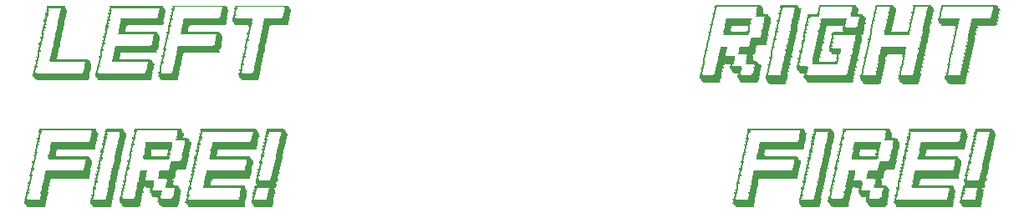
<source format=gto>
G75*
%MOIN*%
%OFA0B0*%
%FSLAX25Y25*%
%IPPOS*%
%LPD*%
%AMOC8*
5,1,8,0,0,1.08239X$1,22.5*
%
%ADD10R,0.22402X0.00276*%
%ADD11R,0.06890X0.00276*%
%ADD12R,0.18386X0.00276*%
%ADD13R,0.21850X0.00276*%
%ADD14R,0.07165X0.00276*%
%ADD15R,0.18701X0.00276*%
%ADD16R,0.07205X0.00276*%
%ADD17R,0.01181X0.00315*%
%ADD18R,0.02008X0.00315*%
%ADD19R,0.07480X0.00315*%
%ADD20R,0.01142X0.00315*%
%ADD21R,0.01732X0.00315*%
%ADD22R,0.22677X0.00315*%
%ADD23R,0.01181X0.00276*%
%ADD24R,0.02323X0.00276*%
%ADD25R,0.07756X0.00276*%
%ADD26R,0.01142X0.00276*%
%ADD27R,0.02008X0.00276*%
%ADD28R,0.22953X0.00276*%
%ADD29R,0.08031X0.00276*%
%ADD30R,0.00866X0.00276*%
%ADD31R,0.02283X0.00276*%
%ADD32R,0.00827X0.00276*%
%ADD33R,0.00866X0.00315*%
%ADD34R,0.02598X0.00315*%
%ADD35R,0.00827X0.00315*%
%ADD36R,0.02323X0.00315*%
%ADD37R,0.02283X0.00315*%
%ADD38R,0.02874X0.00276*%
%ADD39R,0.02598X0.00276*%
%ADD40R,0.02874X0.00315*%
%ADD41R,0.02559X0.00276*%
%ADD42R,0.03150X0.00276*%
%ADD43R,0.02559X0.00315*%
%ADD44R,0.04291X0.00315*%
%ADD45R,0.04882X0.00276*%
%ADD46R,0.05197X0.00276*%
%ADD47R,0.05472X0.00315*%
%ADD48R,0.03189X0.00276*%
%ADD49R,0.18071X0.00315*%
%ADD50R,0.10354X0.00315*%
%ADD51R,0.18071X0.00276*%
%ADD52R,0.10354X0.00276*%
%ADD53R,0.18110X0.00276*%
%ADD54R,0.17795X0.00276*%
%ADD55R,0.10079X0.00276*%
%ADD56R,0.18110X0.00315*%
%ADD57R,0.17835X0.00276*%
%ADD58R,0.17835X0.00315*%
%ADD59R,0.03150X0.00315*%
%ADD60R,0.16102X0.00315*%
%ADD61R,0.16378X0.00276*%
%ADD62R,0.16102X0.00276*%
%ADD63R,0.16693X0.00276*%
%ADD64R,0.16654X0.00276*%
%ADD65R,0.10039X0.00276*%
%ADD66R,0.06575X0.00315*%
%ADD67R,0.06614X0.00276*%
%ADD68R,0.06614X0.00315*%
%ADD69R,0.06339X0.00315*%
%ADD70R,0.06339X0.00276*%
%ADD71R,0.17795X0.00315*%
%ADD72R,0.06299X0.00276*%
%ADD73R,0.08622X0.00276*%
%ADD74R,0.06299X0.00315*%
%ADD75R,0.08622X0.00315*%
%ADD76R,0.08307X0.00276*%
%ADD77R,0.08307X0.00315*%
%ADD78R,0.04606X0.00315*%
%ADD79R,0.16063X0.00315*%
%ADD80R,0.08898X0.00276*%
%ADD81R,0.05472X0.00276*%
%ADD82R,0.01417X0.00315*%
%ADD83R,0.04567X0.00315*%
%ADD84R,0.04291X0.00276*%
%ADD85R,0.04016X0.00276*%
%ADD86R,0.03740X0.00276*%
%ADD87R,0.03189X0.00315*%
%ADD88R,0.01417X0.00276*%
%ADD89R,0.03425X0.00276*%
%ADD90R,0.08937X0.00315*%
%ADD91R,0.23819X0.00315*%
%ADD92R,0.08898X0.00315*%
%ADD93R,0.23543X0.00276*%
%ADD94R,0.08346X0.00276*%
%ADD95R,0.23858X0.00276*%
%ADD96R,0.08346X0.00315*%
%ADD97R,0.08071X0.00315*%
%ADD98R,0.23858X0.00315*%
%ADD99R,0.07795X0.00276*%
%ADD100R,0.08071X0.00276*%
%ADD101R,0.07480X0.00276*%
%ADD102R,0.23268X0.00276*%
%ADD103R,0.07756X0.00315*%
%ADD104R,0.07165X0.00315*%
%ADD105R,0.22992X0.00315*%
%ADD106R,0.22441X0.00276*%
%ADD107R,0.07441X0.00276*%
%ADD108R,0.06024X0.00276*%
%ADD109R,0.06890X0.00315*%
%ADD110R,0.22126X0.00315*%
%ADD111R,0.06457X0.00276*%
%ADD112R,0.20827X0.00276*%
%ADD113R,0.21063X0.00276*%
%ADD114R,0.07047X0.00315*%
%ADD115R,0.21378X0.00315*%
%ADD116R,0.21339X0.00315*%
%ADD117R,0.07047X0.00276*%
%ADD118R,0.21378X0.00276*%
%ADD119R,0.01693X0.00276*%
%ADD120R,0.01969X0.00276*%
%ADD121R,0.07323X0.00276*%
%ADD122R,0.21654X0.00276*%
%ADD123R,0.02244X0.00276*%
%ADD124R,0.01102X0.00276*%
%ADD125R,0.02520X0.00276*%
%ADD126R,0.02795X0.00276*%
%ADD127R,0.02835X0.00276*%
%ADD128R,0.02520X0.00315*%
%ADD129R,0.02795X0.00315*%
%ADD130R,0.00591X0.00315*%
%ADD131R,0.02835X0.00315*%
%ADD132R,0.03110X0.00276*%
%ADD133R,0.17165X0.00276*%
%ADD134R,0.08150X0.00276*%
%ADD135R,0.10157X0.00276*%
%ADD136R,0.16890X0.00276*%
%ADD137R,0.09843X0.00276*%
%ADD138R,0.07874X0.00276*%
%ADD139R,0.01102X0.00315*%
%ADD140R,0.17165X0.00315*%
%ADD141R,0.07874X0.00315*%
%ADD142R,0.10118X0.00315*%
%ADD143R,0.07598X0.00276*%
%ADD144R,0.10118X0.00276*%
%ADD145R,0.06772X0.00276*%
%ADD146R,0.03071X0.00276*%
%ADD147R,0.00551X0.00276*%
%ADD148R,0.15472X0.00276*%
%ADD149R,0.15157X0.00276*%
%ADD150R,0.15433X0.00276*%
%ADD151R,0.15748X0.00276*%
%ADD152R,0.16024X0.00276*%
%ADD153R,0.16850X0.00276*%
%ADD154R,0.16890X0.00315*%
%ADD155R,0.17126X0.00315*%
%ADD156R,0.17126X0.00276*%
%ADD157R,0.15197X0.00276*%
%ADD158R,0.15748X0.00315*%
%ADD159R,0.22756X0.00276*%
%ADD160R,0.22520X0.00276*%
%ADD161R,0.08189X0.00276*%
%ADD162R,0.08465X0.00276*%
%ADD163R,0.22480X0.00276*%
%ADD164R,0.22480X0.00315*%
%ADD165R,0.22520X0.00315*%
%ADD166R,0.08150X0.00315*%
%ADD167R,0.21929X0.00276*%
%ADD168R,0.22244X0.00276*%
%ADD169R,0.07283X0.00276*%
%ADD170R,0.07008X0.00276*%
%ADD171R,0.21102X0.00276*%
%ADD172R,0.06732X0.00276*%
%ADD173R,0.18307X0.00315*%
%ADD174R,0.06850X0.00315*%
%ADD175R,0.14567X0.00315*%
%ADD176R,0.06811X0.00315*%
%ADD177R,0.07126X0.00315*%
%ADD178R,0.22323X0.00315*%
%ADD179R,0.18583X0.00315*%
%ADD180R,0.07441X0.00315*%
%ADD181R,0.14882X0.00315*%
%ADD182R,0.22638X0.00315*%
%ADD183R,0.01260X0.00315*%
%ADD184R,0.01850X0.00315*%
%ADD185R,0.00945X0.00315*%
%ADD186R,0.00906X0.00315*%
%ADD187R,0.01890X0.00315*%
%ADD188R,0.02165X0.00315*%
%ADD189R,0.02480X0.00315*%
%ADD190R,0.00630X0.00315*%
%ADD191R,0.02756X0.00315*%
%ADD192R,0.00630X0.00276*%
%ADD193R,0.01220X0.00276*%
%ADD194R,0.00945X0.00276*%
%ADD195R,0.02756X0.00276*%
%ADD196R,0.03071X0.00315*%
%ADD197R,0.03110X0.00315*%
%ADD198R,0.01220X0.00315*%
%ADD199R,0.03425X0.00315*%
%ADD200R,0.04961X0.00315*%
%ADD201R,0.05276X0.00315*%
%ADD202R,0.04646X0.00315*%
%ADD203R,0.02165X0.00276*%
%ADD204R,0.00906X0.00276*%
%ADD205R,0.02480X0.00276*%
%ADD206R,0.10236X0.00315*%
%ADD207R,0.10551X0.00315*%
%ADD208R,0.08661X0.00315*%
%ADD209R,0.08031X0.00315*%
%ADD210R,0.07717X0.00315*%
%ADD211R,0.10236X0.00276*%
%ADD212R,0.01260X0.00276*%
%ADD213R,0.07717X0.00276*%
%ADD214R,0.10512X0.00276*%
%ADD215R,0.10512X0.00315*%
%ADD216R,0.06535X0.00315*%
%ADD217R,0.10197X0.00315*%
%ADD218R,0.08386X0.00315*%
%ADD219R,0.08701X0.00315*%
%ADD220R,0.08701X0.00276*%
%ADD221R,0.12087X0.00315*%
%ADD222R,0.12402X0.00315*%
%ADD223R,0.12717X0.00315*%
%ADD224R,0.09921X0.00315*%
%ADD225R,0.09882X0.00315*%
%ADD226R,0.06496X0.00315*%
%ADD227R,0.06850X0.00276*%
%ADD228R,0.06811X0.00276*%
%ADD229R,0.04685X0.00315*%
%ADD230R,0.04370X0.00315*%
%ADD231R,0.04055X0.00315*%
%ADD232R,0.00591X0.00276*%
%ADD233R,0.06535X0.00276*%
%ADD234R,0.04331X0.00315*%
%ADD235R,0.01535X0.00315*%
%ADD236R,0.04370X0.00276*%
%ADD237R,0.04331X0.00276*%
%ADD238R,0.03701X0.00315*%
%ADD239R,0.01575X0.00315*%
%ADD240R,0.03386X0.00315*%
%ADD241R,0.19843X0.00315*%
%ADD242R,0.08976X0.00315*%
%ADD243R,0.09016X0.00315*%
%ADD244R,0.20118X0.00315*%
%ADD245R,0.08661X0.00276*%
%ADD246R,0.19252X0.00276*%
%ADD247R,0.08386X0.00276*%
%ADD248R,0.18937X0.00315*%
%ADD249R,0.18622X0.00315*%
%ADD250R,0.17992X0.00315*%
%ADD251R,0.05906X0.00315*%
%ADD252R,0.05866X0.00315*%
D10*
X0024174Y0064831D03*
X0024174Y0065107D03*
X0088269Y0064831D03*
X0306674Y0064831D03*
X0306674Y0065107D03*
X0370769Y0064831D03*
D11*
X0389430Y0065107D03*
X0350926Y0051013D03*
X0350650Y0049595D03*
X0346044Y0045855D03*
X0347186Y0034635D03*
X0325335Y0065107D03*
X0106930Y0065107D03*
X0068426Y0051013D03*
X0068150Y0049595D03*
X0063544Y0045855D03*
X0064686Y0034635D03*
X0042835Y0065107D03*
D12*
X0060080Y0065107D03*
X0342580Y0065107D03*
D13*
X0370769Y0065107D03*
X0088269Y0065107D03*
D14*
X0102186Y0034359D03*
X0042698Y0064831D03*
X0037816Y0034359D03*
X0011674Y0034359D03*
X0294174Y0034359D03*
X0320316Y0034359D03*
X0325198Y0064831D03*
X0384686Y0034359D03*
D15*
X0342737Y0064831D03*
X0060237Y0064831D03*
D16*
X0049607Y0034635D03*
X0107087Y0064831D03*
X0332107Y0034635D03*
X0389587Y0064831D03*
D17*
X0383111Y0049300D03*
X0381103Y0039812D03*
X0358977Y0058788D03*
X0358111Y0055048D03*
X0356103Y0045560D03*
X0355237Y0041544D03*
X0333111Y0061662D03*
X0321615Y0061662D03*
X0329371Y0044418D03*
X0316733Y0038670D03*
X0295749Y0064536D03*
X0100611Y0049300D03*
X0098603Y0039812D03*
X0073603Y0045560D03*
X0072737Y0041544D03*
X0075611Y0055048D03*
X0076477Y0058788D03*
X0050611Y0061662D03*
X0039115Y0061662D03*
X0046871Y0044418D03*
X0034233Y0038670D03*
X0013249Y0064536D03*
D18*
X0034646Y0064536D03*
X0032363Y0053040D03*
X0094135Y0041544D03*
X0314863Y0053040D03*
X0317146Y0064536D03*
X0376635Y0041544D03*
D19*
X0389725Y0064536D03*
X0331969Y0034930D03*
X0325355Y0064536D03*
X0107225Y0064536D03*
X0049469Y0034930D03*
X0042855Y0064536D03*
D20*
X0039410Y0062804D03*
X0038544Y0058788D03*
X0037954Y0055914D03*
X0037678Y0055048D03*
X0035946Y0047292D03*
X0035670Y0045560D03*
X0035394Y0044418D03*
X0034804Y0041544D03*
X0045434Y0037804D03*
X0046300Y0041544D03*
X0048032Y0049300D03*
X0048583Y0052174D03*
X0049174Y0055048D03*
X0050040Y0058788D03*
X0051182Y0064536D03*
X0064410Y0055048D03*
X0075316Y0054182D03*
X0074765Y0051308D03*
X0074174Y0048434D03*
X0073898Y0047292D03*
X0073308Y0044418D03*
X0072166Y0038670D03*
X0060670Y0037804D03*
X0057520Y0041544D03*
X0076182Y0057922D03*
X0077048Y0061662D03*
X0100040Y0046426D03*
X0099174Y0041544D03*
X0098898Y0040678D03*
X0101182Y0052174D03*
X0101772Y0054182D03*
X0102324Y0057056D03*
X0102914Y0059930D03*
X0103190Y0060796D03*
X0103780Y0063670D03*
X0093209Y0088473D03*
X0096871Y0106190D03*
X0064824Y0106190D03*
X0039784Y0106190D03*
X0012678Y0061662D03*
X0012087Y0058788D03*
X0011536Y0055914D03*
X0010670Y0052174D03*
X0010080Y0049300D03*
X0009528Y0046426D03*
X0008938Y0043552D03*
X0008072Y0039812D03*
X0290572Y0039812D03*
X0291438Y0043552D03*
X0292028Y0046426D03*
X0292580Y0049300D03*
X0293170Y0052174D03*
X0294036Y0055914D03*
X0294587Y0058788D03*
X0295178Y0061662D03*
X0317894Y0044418D03*
X0318170Y0045560D03*
X0318446Y0047292D03*
X0317304Y0041544D03*
X0327934Y0037804D03*
X0328800Y0041544D03*
X0330532Y0049300D03*
X0331083Y0052174D03*
X0331674Y0055048D03*
X0332540Y0058788D03*
X0333682Y0064536D03*
X0321910Y0062804D03*
X0321044Y0058788D03*
X0320454Y0055914D03*
X0320178Y0055048D03*
X0340020Y0041544D03*
X0343170Y0037804D03*
X0354666Y0038670D03*
X0355808Y0044418D03*
X0356398Y0047292D03*
X0356674Y0048434D03*
X0357265Y0051308D03*
X0357816Y0054182D03*
X0358682Y0057922D03*
X0359548Y0061662D03*
X0346910Y0055048D03*
X0381674Y0041544D03*
X0381398Y0040678D03*
X0382540Y0046426D03*
X0383682Y0052174D03*
X0384272Y0054182D03*
X0384824Y0057056D03*
X0385414Y0059930D03*
X0385690Y0060796D03*
X0386280Y0063670D03*
D21*
X0351221Y0064536D03*
X0068721Y0064536D03*
D22*
X0088406Y0064536D03*
X0370906Y0064536D03*
D23*
X0358977Y0059635D03*
X0358977Y0059359D03*
X0358977Y0059083D03*
X0355237Y0041839D03*
X0355237Y0041249D03*
X0381103Y0039517D03*
X0381103Y0039241D03*
X0383111Y0049005D03*
X0385985Y0062233D03*
X0385985Y0062509D03*
X0333111Y0061957D03*
X0333111Y0061367D03*
X0321615Y0061367D03*
X0321615Y0061957D03*
X0321615Y0062233D03*
X0319607Y0052469D03*
X0318741Y0048139D03*
X0316733Y0038965D03*
X0329371Y0044123D03*
X0295749Y0063965D03*
X0295749Y0064241D03*
X0293741Y0054753D03*
X0290867Y0040973D03*
X0290001Y0037233D03*
X0103485Y0062233D03*
X0103485Y0062509D03*
X0100611Y0049005D03*
X0098603Y0039517D03*
X0098603Y0039241D03*
X0072737Y0041249D03*
X0072737Y0041839D03*
X0076477Y0059083D03*
X0076477Y0059359D03*
X0076477Y0059635D03*
X0050611Y0061367D03*
X0050611Y0061957D03*
X0039115Y0061957D03*
X0039115Y0062233D03*
X0039115Y0061367D03*
X0037107Y0052469D03*
X0036241Y0048139D03*
X0034233Y0038965D03*
X0046871Y0044123D03*
X0013249Y0063965D03*
X0013249Y0064241D03*
X0011241Y0054753D03*
X0008367Y0040973D03*
X0007501Y0037233D03*
D24*
X0034804Y0063965D03*
X0034804Y0064241D03*
X0094292Y0041249D03*
X0094292Y0040973D03*
X0099174Y0063965D03*
X0317304Y0063965D03*
X0317304Y0064241D03*
X0376792Y0041249D03*
X0376792Y0040973D03*
X0381674Y0063965D03*
D25*
X0331831Y0035501D03*
X0325493Y0064241D03*
X0295690Y0085158D03*
X0049331Y0035501D03*
X0042993Y0064241D03*
D26*
X0039410Y0063099D03*
X0038820Y0060501D03*
X0038820Y0060225D03*
X0038544Y0059635D03*
X0038544Y0059359D03*
X0038544Y0059083D03*
X0038269Y0057627D03*
X0037954Y0056761D03*
X0037954Y0056485D03*
X0037954Y0056209D03*
X0037402Y0053887D03*
X0037402Y0053611D03*
X0037402Y0053335D03*
X0036812Y0051013D03*
X0036812Y0050737D03*
X0036536Y0049871D03*
X0036536Y0049595D03*
X0035946Y0046997D03*
X0035946Y0046721D03*
X0035394Y0044123D03*
X0035394Y0043847D03*
X0034804Y0041839D03*
X0034804Y0041249D03*
X0033938Y0037509D03*
X0046024Y0040383D03*
X0046576Y0042981D03*
X0047442Y0046721D03*
X0047442Y0046997D03*
X0048032Y0049595D03*
X0048032Y0049871D03*
X0048583Y0052469D03*
X0049450Y0056209D03*
X0050040Y0059083D03*
X0051182Y0064241D03*
X0064410Y0055619D03*
X0064410Y0055343D03*
X0064410Y0054753D03*
X0064686Y0056485D03*
X0064686Y0056761D03*
X0075316Y0053887D03*
X0075316Y0053611D03*
X0075316Y0053335D03*
X0075040Y0052469D03*
X0074765Y0051013D03*
X0074765Y0050737D03*
X0074450Y0049871D03*
X0074450Y0049595D03*
X0074174Y0048139D03*
X0073898Y0046997D03*
X0073898Y0046721D03*
X0073308Y0044713D03*
X0073308Y0044123D03*
X0072166Y0038965D03*
X0057520Y0040973D03*
X0075906Y0056209D03*
X0075906Y0056485D03*
X0075906Y0056761D03*
X0076772Y0060501D03*
X0077048Y0061367D03*
X0077048Y0061957D03*
X0077048Y0062233D03*
X0077324Y0063099D03*
X0077324Y0063375D03*
X0100316Y0047863D03*
X0100040Y0046721D03*
X0099765Y0045265D03*
X0099765Y0044989D03*
X0098898Y0040973D03*
X0098308Y0038099D03*
X0101182Y0051603D03*
X0101182Y0051879D03*
X0101772Y0054477D03*
X0101772Y0054753D03*
X0102048Y0055619D03*
X0102324Y0056761D03*
X0102324Y0057351D03*
X0102639Y0058217D03*
X0102639Y0058493D03*
X0102914Y0059635D03*
X0103190Y0061091D03*
X0103190Y0061367D03*
X0103780Y0063375D03*
X0103780Y0063965D03*
X0093209Y0088769D03*
X0094351Y0093808D03*
X0094351Y0094083D03*
X0094627Y0095225D03*
X0095178Y0097745D03*
X0095178Y0098020D03*
X0096320Y0103375D03*
X0096320Y0103650D03*
X0090690Y0110698D03*
X0091241Y0113217D03*
X0091241Y0113493D03*
X0065650Y0110422D03*
X0065375Y0109280D03*
X0065375Y0109005D03*
X0064824Y0106485D03*
X0063682Y0101131D03*
X0062855Y0097194D03*
X0062855Y0096918D03*
X0061713Y0091839D03*
X0061713Y0091564D03*
X0060887Y0087902D03*
X0060887Y0087627D03*
X0041202Y0112391D03*
X0041202Y0112666D03*
X0040060Y0107312D03*
X0039784Y0106485D03*
X0039784Y0105894D03*
X0039784Y0105619D03*
X0039509Y0104792D03*
X0039233Y0103375D03*
X0039233Y0103099D03*
X0037816Y0096918D03*
X0037816Y0096643D03*
X0037265Y0094083D03*
X0037265Y0093808D03*
X0016162Y0112391D03*
X0015887Y0111524D03*
X0015887Y0111249D03*
X0015887Y0110973D03*
X0015887Y0110698D03*
X0015611Y0109831D03*
X0014469Y0104517D03*
X0014194Y0103099D03*
X0013918Y0101957D03*
X0013918Y0101682D03*
X0012225Y0093808D03*
X0011950Y0092706D03*
X0012678Y0061367D03*
X0012402Y0060225D03*
X0010670Y0051879D03*
X0010080Y0049595D03*
X0010080Y0049005D03*
X0009528Y0046721D03*
X0008938Y0043847D03*
X0008072Y0039517D03*
X0290572Y0039517D03*
X0291438Y0043847D03*
X0292028Y0046721D03*
X0292580Y0049005D03*
X0292580Y0049595D03*
X0293170Y0051879D03*
X0294902Y0060225D03*
X0295178Y0061367D03*
X0317894Y0044123D03*
X0317894Y0043847D03*
X0317304Y0041839D03*
X0317304Y0041249D03*
X0316438Y0037509D03*
X0318446Y0046721D03*
X0318446Y0046997D03*
X0319036Y0049595D03*
X0319036Y0049871D03*
X0319312Y0050737D03*
X0319312Y0051013D03*
X0319902Y0053335D03*
X0319902Y0053611D03*
X0319902Y0053887D03*
X0320454Y0056209D03*
X0320454Y0056485D03*
X0320454Y0056761D03*
X0320769Y0057627D03*
X0321044Y0059083D03*
X0321044Y0059359D03*
X0321044Y0059635D03*
X0321320Y0060225D03*
X0321320Y0060501D03*
X0321910Y0063099D03*
X0332540Y0059083D03*
X0331950Y0056209D03*
X0331083Y0052469D03*
X0330532Y0049871D03*
X0330532Y0049595D03*
X0329942Y0046997D03*
X0329942Y0046721D03*
X0329076Y0042981D03*
X0328524Y0040383D03*
X0340020Y0040973D03*
X0346910Y0054753D03*
X0346910Y0055343D03*
X0346910Y0055619D03*
X0347186Y0056485D03*
X0347186Y0056761D03*
X0357816Y0053887D03*
X0357816Y0053611D03*
X0357816Y0053335D03*
X0357540Y0052469D03*
X0357265Y0051013D03*
X0357265Y0050737D03*
X0356950Y0049871D03*
X0356950Y0049595D03*
X0356674Y0048139D03*
X0356398Y0046997D03*
X0356398Y0046721D03*
X0355808Y0044713D03*
X0355808Y0044123D03*
X0354666Y0038965D03*
X0358406Y0056209D03*
X0358406Y0056485D03*
X0358406Y0056761D03*
X0359272Y0060501D03*
X0359548Y0061367D03*
X0359548Y0061957D03*
X0359548Y0062233D03*
X0359824Y0063099D03*
X0359824Y0063375D03*
X0382265Y0045265D03*
X0382265Y0044989D03*
X0382540Y0046721D03*
X0382816Y0047863D03*
X0383682Y0051603D03*
X0383682Y0051879D03*
X0384272Y0054477D03*
X0384272Y0054753D03*
X0384548Y0055619D03*
X0384824Y0056761D03*
X0384824Y0057351D03*
X0385139Y0058217D03*
X0385139Y0058493D03*
X0385414Y0059635D03*
X0385690Y0061091D03*
X0385690Y0061367D03*
X0386280Y0063375D03*
X0386280Y0063965D03*
X0381398Y0040973D03*
X0380808Y0038099D03*
X0333682Y0064241D03*
D27*
X0351359Y0064241D03*
X0354233Y0060501D03*
X0354509Y0060225D03*
X0350493Y0041249D03*
X0392737Y0063965D03*
X0110237Y0063965D03*
X0072009Y0060225D03*
X0071733Y0060501D03*
X0068859Y0064241D03*
X0067993Y0041249D03*
D28*
X0088544Y0064241D03*
X0371044Y0064241D03*
D29*
X0389725Y0064241D03*
X0385985Y0043257D03*
X0385985Y0042981D03*
X0293741Y0035225D03*
X0107225Y0064241D03*
X0103485Y0043257D03*
X0103485Y0042981D03*
X0011241Y0035225D03*
D30*
X0007658Y0037509D03*
X0007658Y0038099D03*
X0007934Y0038375D03*
X0007934Y0038965D03*
X0007934Y0039241D03*
X0008209Y0040107D03*
X0008209Y0040383D03*
X0008524Y0041249D03*
X0008524Y0041839D03*
X0008524Y0042115D03*
X0008524Y0042391D03*
X0008800Y0042981D03*
X0008800Y0043257D03*
X0009076Y0044123D03*
X0009076Y0044713D03*
X0009076Y0044989D03*
X0009666Y0046997D03*
X0009666Y0047587D03*
X0009666Y0047863D03*
X0009942Y0048139D03*
X0009942Y0048729D03*
X0010217Y0049871D03*
X0010217Y0050461D03*
X0010532Y0050737D03*
X0010532Y0051013D03*
X0010532Y0051603D03*
X0010808Y0052469D03*
X0010808Y0052745D03*
X0011083Y0053335D03*
X0011083Y0053611D03*
X0011083Y0053887D03*
X0011083Y0054477D03*
X0011398Y0055343D03*
X0011398Y0055619D03*
X0011674Y0056209D03*
X0011674Y0056485D03*
X0011674Y0056761D03*
X0011674Y0057351D03*
X0011950Y0057627D03*
X0011950Y0058217D03*
X0011950Y0058493D03*
X0012540Y0060501D03*
X0012540Y0061091D03*
X0012816Y0061957D03*
X0012816Y0062233D03*
X0012816Y0062509D03*
X0013091Y0063099D03*
X0013091Y0063375D03*
X0036083Y0047863D03*
X0036083Y0047587D03*
X0036398Y0048729D03*
X0036398Y0049005D03*
X0036674Y0050461D03*
X0036950Y0051603D03*
X0036950Y0051879D03*
X0037265Y0052745D03*
X0037540Y0054477D03*
X0037540Y0054753D03*
X0037816Y0055343D03*
X0037816Y0055619D03*
X0038406Y0058217D03*
X0038406Y0058493D03*
X0038957Y0061091D03*
X0039272Y0062509D03*
X0039548Y0063375D03*
X0039548Y0063965D03*
X0048170Y0050737D03*
X0048170Y0050461D03*
X0048446Y0051013D03*
X0048446Y0051603D03*
X0048446Y0051879D03*
X0049036Y0053611D03*
X0049036Y0053887D03*
X0049036Y0054477D03*
X0049036Y0054753D03*
X0049312Y0055343D03*
X0049312Y0055619D03*
X0049587Y0056485D03*
X0049587Y0056761D03*
X0049587Y0057351D03*
X0049587Y0057627D03*
X0049902Y0058217D03*
X0049902Y0058493D03*
X0050178Y0059359D03*
X0050178Y0059635D03*
X0050178Y0060225D03*
X0050454Y0060501D03*
X0050454Y0061091D03*
X0050769Y0062233D03*
X0050769Y0062509D03*
X0051044Y0063099D03*
X0051044Y0063375D03*
X0051044Y0063965D03*
X0047894Y0049005D03*
X0047894Y0048729D03*
X0047580Y0048139D03*
X0047580Y0047863D03*
X0047580Y0047587D03*
X0047304Y0046131D03*
X0047304Y0045855D03*
X0047028Y0045265D03*
X0047028Y0044989D03*
X0047028Y0044713D03*
X0046713Y0043847D03*
X0046713Y0043257D03*
X0046438Y0042391D03*
X0046438Y0042115D03*
X0046438Y0041839D03*
X0046162Y0041249D03*
X0046162Y0040973D03*
X0045572Y0038375D03*
X0045572Y0038099D03*
X0034666Y0040383D03*
X0034391Y0040107D03*
X0034391Y0039517D03*
X0034391Y0039241D03*
X0034076Y0038375D03*
X0034076Y0038099D03*
X0033800Y0037233D03*
X0034666Y0040973D03*
X0034942Y0042115D03*
X0034942Y0042391D03*
X0035532Y0044713D03*
X0035532Y0044989D03*
X0035532Y0045265D03*
X0035808Y0045855D03*
X0035808Y0046131D03*
X0057658Y0041249D03*
X0072028Y0038375D03*
X0072028Y0038099D03*
X0072304Y0039241D03*
X0072304Y0039517D03*
X0072304Y0040107D03*
X0072580Y0040383D03*
X0072580Y0040973D03*
X0072894Y0042115D03*
X0072894Y0042391D03*
X0073170Y0042981D03*
X0073170Y0043257D03*
X0073170Y0043847D03*
X0073446Y0044989D03*
X0073446Y0045265D03*
X0073761Y0045855D03*
X0073761Y0046131D03*
X0074036Y0047587D03*
X0074036Y0047863D03*
X0074312Y0048729D03*
X0074312Y0049005D03*
X0074902Y0051603D03*
X0074902Y0051879D03*
X0075178Y0052745D03*
X0075454Y0054477D03*
X0075454Y0054753D03*
X0075769Y0055343D03*
X0075769Y0055619D03*
X0076044Y0057351D03*
X0076044Y0057627D03*
X0076320Y0058217D03*
X0076320Y0058493D03*
X0076635Y0060225D03*
X0076910Y0061091D03*
X0077186Y0062509D03*
X0064548Y0056209D03*
X0064272Y0054477D03*
X0061024Y0088178D03*
X0061024Y0088769D03*
X0061300Y0089044D03*
X0061300Y0089320D03*
X0061300Y0089595D03*
X0061300Y0089871D03*
X0061300Y0090146D03*
X0061576Y0090737D03*
X0061576Y0091013D03*
X0061576Y0091288D03*
X0062993Y0097469D03*
X0062993Y0097745D03*
X0062993Y0098020D03*
X0063269Y0098611D03*
X0063269Y0098887D03*
X0063269Y0099162D03*
X0063269Y0099438D03*
X0063269Y0099713D03*
X0063544Y0099989D03*
X0063544Y0100580D03*
X0063544Y0100855D03*
X0064961Y0106761D03*
X0064961Y0107036D03*
X0064961Y0107312D03*
X0064961Y0107587D03*
X0065237Y0107863D03*
X0065237Y0108454D03*
X0065237Y0108729D03*
X0065513Y0109556D03*
X0065513Y0109831D03*
X0041339Y0112942D03*
X0041339Y0113217D03*
X0039922Y0107036D03*
X0039922Y0106761D03*
X0039646Y0105343D03*
X0039646Y0105068D03*
X0039371Y0104517D03*
X0039371Y0103926D03*
X0039371Y0103650D03*
X0037954Y0098020D03*
X0037954Y0097745D03*
X0037954Y0097469D03*
X0037954Y0097194D03*
X0037678Y0096052D03*
X0037678Y0095776D03*
X0037678Y0095501D03*
X0037402Y0095225D03*
X0037402Y0094950D03*
X0037402Y0094674D03*
X0035985Y0088178D03*
X0035985Y0087902D03*
X0012363Y0094083D03*
X0012363Y0094674D03*
X0012363Y0094950D03*
X0012363Y0095225D03*
X0012087Y0093532D03*
X0012087Y0093257D03*
X0012087Y0092981D03*
X0011812Y0092115D03*
X0011812Y0091839D03*
X0011812Y0091564D03*
X0011812Y0091288D03*
X0013780Y0100580D03*
X0013780Y0100855D03*
X0013780Y0101131D03*
X0013780Y0101406D03*
X0014056Y0102548D03*
X0014056Y0102824D03*
X0014331Y0103375D03*
X0014331Y0103650D03*
X0014331Y0103926D03*
X0015749Y0110422D03*
X0016024Y0111800D03*
X0016300Y0112666D03*
X0016300Y0112942D03*
X0016300Y0113217D03*
X0090552Y0110422D03*
X0090552Y0109831D03*
X0090828Y0110973D03*
X0090828Y0111249D03*
X0090828Y0111524D03*
X0090828Y0111800D03*
X0091103Y0112391D03*
X0091103Y0112666D03*
X0091103Y0112942D03*
X0096457Y0104517D03*
X0096733Y0104792D03*
X0096733Y0105068D03*
X0096733Y0105343D03*
X0096733Y0105619D03*
X0096733Y0105894D03*
X0096457Y0103926D03*
X0095040Y0097469D03*
X0095040Y0097194D03*
X0095040Y0096918D03*
X0094765Y0096643D03*
X0094765Y0096052D03*
X0094765Y0095776D03*
X0094765Y0095501D03*
X0094489Y0094950D03*
X0094489Y0094674D03*
X0093072Y0088178D03*
X0093072Y0087902D03*
X0103643Y0063099D03*
X0103328Y0061957D03*
X0103052Y0060501D03*
X0103052Y0060225D03*
X0102776Y0059359D03*
X0102776Y0059083D03*
X0102186Y0056485D03*
X0102186Y0056209D03*
X0101910Y0055343D03*
X0101635Y0053887D03*
X0101635Y0053611D03*
X0101635Y0053335D03*
X0101320Y0052745D03*
X0101320Y0052469D03*
X0101044Y0051013D03*
X0101044Y0050737D03*
X0100769Y0050461D03*
X0100769Y0049871D03*
X0100769Y0049595D03*
X0100454Y0048729D03*
X0100454Y0048139D03*
X0100178Y0047587D03*
X0100178Y0046997D03*
X0099902Y0046131D03*
X0099902Y0045855D03*
X0099036Y0041249D03*
X0098761Y0040383D03*
X0098761Y0040107D03*
X0098446Y0038965D03*
X0098446Y0038375D03*
X0098170Y0037509D03*
X0098170Y0037233D03*
X0290158Y0037509D03*
X0290158Y0038099D03*
X0290434Y0038375D03*
X0290434Y0038965D03*
X0290434Y0039241D03*
X0290709Y0040107D03*
X0290709Y0040383D03*
X0291024Y0041249D03*
X0291024Y0041839D03*
X0291024Y0042115D03*
X0291024Y0042391D03*
X0291300Y0042981D03*
X0291300Y0043257D03*
X0291576Y0044123D03*
X0291576Y0044713D03*
X0291576Y0044989D03*
X0292166Y0046997D03*
X0292166Y0047587D03*
X0292166Y0047863D03*
X0292442Y0048139D03*
X0292442Y0048729D03*
X0292717Y0049871D03*
X0292717Y0050461D03*
X0293032Y0050737D03*
X0293032Y0051013D03*
X0293032Y0051603D03*
X0293308Y0052469D03*
X0293308Y0052745D03*
X0293583Y0053335D03*
X0293583Y0053611D03*
X0293583Y0053887D03*
X0293583Y0054477D03*
X0293898Y0055343D03*
X0293898Y0055619D03*
X0294174Y0056209D03*
X0294174Y0056485D03*
X0294174Y0056761D03*
X0294174Y0057351D03*
X0294450Y0057627D03*
X0294450Y0058217D03*
X0294450Y0058493D03*
X0295040Y0060501D03*
X0295040Y0061091D03*
X0295316Y0061957D03*
X0295316Y0062233D03*
X0295316Y0062509D03*
X0295591Y0063099D03*
X0295591Y0063375D03*
X0318032Y0045265D03*
X0318032Y0044989D03*
X0318032Y0044713D03*
X0318308Y0045855D03*
X0318308Y0046131D03*
X0318583Y0047587D03*
X0318583Y0047863D03*
X0318898Y0048729D03*
X0318898Y0049005D03*
X0319174Y0050461D03*
X0319450Y0051603D03*
X0319450Y0051879D03*
X0319765Y0052745D03*
X0320040Y0054477D03*
X0320040Y0054753D03*
X0320316Y0055343D03*
X0320316Y0055619D03*
X0320906Y0058217D03*
X0320906Y0058493D03*
X0321457Y0061091D03*
X0321772Y0062509D03*
X0322048Y0063375D03*
X0322048Y0063965D03*
X0332678Y0060225D03*
X0332954Y0060501D03*
X0332954Y0061091D03*
X0333269Y0062233D03*
X0333269Y0062509D03*
X0333544Y0063099D03*
X0333544Y0063375D03*
X0333544Y0063965D03*
X0332678Y0059635D03*
X0332678Y0059359D03*
X0332402Y0058493D03*
X0332402Y0058217D03*
X0332087Y0057627D03*
X0332087Y0057351D03*
X0332087Y0056761D03*
X0332087Y0056485D03*
X0331812Y0055619D03*
X0331812Y0055343D03*
X0331536Y0054753D03*
X0331536Y0054477D03*
X0331536Y0053887D03*
X0331536Y0053611D03*
X0330946Y0051879D03*
X0330946Y0051603D03*
X0330946Y0051013D03*
X0330670Y0050737D03*
X0330670Y0050461D03*
X0330394Y0049005D03*
X0330394Y0048729D03*
X0330080Y0048139D03*
X0330080Y0047863D03*
X0330080Y0047587D03*
X0329804Y0046131D03*
X0329804Y0045855D03*
X0329528Y0045265D03*
X0329528Y0044989D03*
X0329528Y0044713D03*
X0329213Y0043847D03*
X0329213Y0043257D03*
X0328938Y0042391D03*
X0328938Y0042115D03*
X0328938Y0041839D03*
X0328662Y0041249D03*
X0328662Y0040973D03*
X0328072Y0038375D03*
X0328072Y0038099D03*
X0317166Y0040383D03*
X0316891Y0040107D03*
X0316891Y0039517D03*
X0316891Y0039241D03*
X0316576Y0038375D03*
X0316576Y0038099D03*
X0316300Y0037233D03*
X0317166Y0040973D03*
X0317442Y0042115D03*
X0317442Y0042391D03*
X0340158Y0041249D03*
X0346772Y0054477D03*
X0347048Y0056209D03*
X0357954Y0054753D03*
X0357954Y0054477D03*
X0358269Y0055343D03*
X0358269Y0055619D03*
X0358544Y0057351D03*
X0358544Y0057627D03*
X0358820Y0058217D03*
X0358820Y0058493D03*
X0359135Y0060225D03*
X0359410Y0061091D03*
X0359686Y0062509D03*
X0357678Y0052745D03*
X0357402Y0051879D03*
X0357402Y0051603D03*
X0356812Y0049005D03*
X0356812Y0048729D03*
X0356536Y0047863D03*
X0356536Y0047587D03*
X0356261Y0046131D03*
X0356261Y0045855D03*
X0355946Y0045265D03*
X0355946Y0044989D03*
X0355670Y0043847D03*
X0355670Y0043257D03*
X0355670Y0042981D03*
X0355394Y0042391D03*
X0355394Y0042115D03*
X0355080Y0040973D03*
X0355080Y0040383D03*
X0354804Y0040107D03*
X0354804Y0039517D03*
X0354804Y0039241D03*
X0354528Y0038375D03*
X0354528Y0038099D03*
X0380670Y0037509D03*
X0380670Y0037233D03*
X0380946Y0038375D03*
X0380946Y0038965D03*
X0381261Y0040107D03*
X0381261Y0040383D03*
X0381536Y0041249D03*
X0382402Y0045855D03*
X0382402Y0046131D03*
X0382678Y0046997D03*
X0382678Y0047587D03*
X0382954Y0048139D03*
X0382954Y0048729D03*
X0383269Y0049595D03*
X0383269Y0049871D03*
X0383269Y0050461D03*
X0383544Y0050737D03*
X0383544Y0051013D03*
X0383820Y0052469D03*
X0383820Y0052745D03*
X0384135Y0053335D03*
X0384135Y0053611D03*
X0384135Y0053887D03*
X0384410Y0055343D03*
X0384686Y0056209D03*
X0384686Y0056485D03*
X0385276Y0059083D03*
X0385276Y0059359D03*
X0385552Y0060225D03*
X0385552Y0060501D03*
X0385828Y0061957D03*
X0386143Y0063099D03*
D31*
X0379095Y0052745D03*
X0387993Y0041249D03*
X0351497Y0063965D03*
X0347481Y0044989D03*
X0328505Y0063965D03*
X0315001Y0052745D03*
X0105493Y0041249D03*
X0096595Y0052745D03*
X0068997Y0063965D03*
X0064981Y0044989D03*
X0046005Y0063965D03*
X0032501Y0052745D03*
D32*
X0038111Y0057351D03*
X0048741Y0053335D03*
X0048741Y0052745D03*
X0045867Y0040107D03*
X0045867Y0039517D03*
X0045867Y0039241D03*
X0045867Y0038965D03*
X0035237Y0042981D03*
X0035237Y0043257D03*
X0012245Y0059083D03*
X0012245Y0059359D03*
X0012245Y0059635D03*
X0009371Y0046131D03*
X0009371Y0045855D03*
X0009371Y0045265D03*
X0010965Y0087902D03*
X0010965Y0088178D03*
X0011241Y0088769D03*
X0011241Y0089044D03*
X0011241Y0089320D03*
X0011241Y0089595D03*
X0011517Y0090737D03*
X0011517Y0091013D03*
X0012658Y0095501D03*
X0012658Y0095776D03*
X0012658Y0096052D03*
X0012934Y0096918D03*
X0012934Y0097194D03*
X0012934Y0097469D03*
X0012934Y0097745D03*
X0013209Y0098020D03*
X0013209Y0098611D03*
X0013485Y0099713D03*
X0013485Y0099989D03*
X0014627Y0104792D03*
X0014627Y0105068D03*
X0014627Y0105343D03*
X0014902Y0106485D03*
X0014902Y0106761D03*
X0015178Y0107312D03*
X0015178Y0107587D03*
X0015178Y0107863D03*
X0015454Y0109005D03*
X0015454Y0109280D03*
X0015454Y0109556D03*
X0039076Y0102824D03*
X0039076Y0102548D03*
X0038800Y0101682D03*
X0038800Y0101406D03*
X0038800Y0101131D03*
X0038800Y0100855D03*
X0038524Y0099989D03*
X0038249Y0098887D03*
X0038249Y0098611D03*
X0040217Y0107587D03*
X0040217Y0107863D03*
X0040493Y0109280D03*
X0040493Y0109556D03*
X0040769Y0110422D03*
X0040769Y0110698D03*
X0040769Y0110973D03*
X0041044Y0111800D03*
X0037107Y0093532D03*
X0037107Y0093257D03*
X0037107Y0092981D03*
X0036831Y0092706D03*
X0036831Y0092115D03*
X0036831Y0091839D03*
X0036831Y0091564D03*
X0036556Y0091288D03*
X0036556Y0091013D03*
X0036556Y0090737D03*
X0036280Y0089871D03*
X0036280Y0089595D03*
X0036280Y0089320D03*
X0036280Y0089044D03*
X0061871Y0092115D03*
X0061871Y0092706D03*
X0061871Y0092981D03*
X0062146Y0093257D03*
X0062146Y0093532D03*
X0062146Y0093808D03*
X0062146Y0094083D03*
X0062422Y0094950D03*
X0062422Y0095225D03*
X0062422Y0095501D03*
X0062698Y0096052D03*
X0062698Y0096643D03*
X0063839Y0101406D03*
X0063839Y0101682D03*
X0063839Y0101957D03*
X0064115Y0102824D03*
X0064115Y0103099D03*
X0064115Y0103375D03*
X0064391Y0104517D03*
X0064391Y0104792D03*
X0064666Y0105343D03*
X0064666Y0105619D03*
X0064666Y0105894D03*
X0065808Y0110698D03*
X0065808Y0110973D03*
X0065808Y0111249D03*
X0065808Y0111524D03*
X0065808Y0111800D03*
X0066083Y0112391D03*
X0066083Y0112666D03*
X0066359Y0113493D03*
X0066359Y0113769D03*
X0091398Y0113769D03*
X0096162Y0103099D03*
X0096162Y0102824D03*
X0096162Y0102548D03*
X0095887Y0101682D03*
X0095887Y0101406D03*
X0095887Y0101131D03*
X0095611Y0099989D03*
X0095611Y0099713D03*
X0095335Y0099162D03*
X0095335Y0098887D03*
X0095335Y0098611D03*
X0094194Y0093532D03*
X0094194Y0093257D03*
X0094194Y0092981D03*
X0094194Y0092706D03*
X0093918Y0092115D03*
X0093918Y0091839D03*
X0093918Y0091564D03*
X0093643Y0090737D03*
X0093643Y0090146D03*
X0093367Y0089595D03*
X0093367Y0089320D03*
X0093367Y0089044D03*
X0077481Y0063965D03*
X0074607Y0050461D03*
X0071733Y0037509D03*
X0071733Y0037233D03*
X0102481Y0057627D03*
X0291871Y0046131D03*
X0291871Y0045855D03*
X0291871Y0045265D03*
X0294745Y0059083D03*
X0294745Y0059359D03*
X0294745Y0059635D03*
X0317737Y0043257D03*
X0317737Y0042981D03*
X0328367Y0040107D03*
X0328367Y0039517D03*
X0328367Y0039241D03*
X0328367Y0038965D03*
X0331241Y0052745D03*
X0331241Y0053335D03*
X0320611Y0057351D03*
X0354233Y0037509D03*
X0354233Y0037233D03*
X0357107Y0050461D03*
X0359981Y0063965D03*
X0384981Y0057627D03*
D33*
X0385276Y0058788D03*
X0385828Y0061662D03*
X0386143Y0062804D03*
X0384686Y0055914D03*
X0384410Y0055048D03*
X0383820Y0053040D03*
X0383544Y0051308D03*
X0383269Y0050166D03*
X0382954Y0048434D03*
X0382678Y0047292D03*
X0382402Y0045560D03*
X0380946Y0038670D03*
X0380670Y0037804D03*
X0358544Y0057056D03*
X0358269Y0055914D03*
X0357678Y0053040D03*
X0357402Y0052174D03*
X0356812Y0049300D03*
X0356261Y0046426D03*
X0355670Y0043552D03*
X0355394Y0042686D03*
X0355080Y0040678D03*
X0354804Y0039812D03*
X0354528Y0037804D03*
X0347048Y0055914D03*
X0359135Y0059930D03*
X0359410Y0060796D03*
X0359686Y0062804D03*
X0333544Y0063670D03*
X0333269Y0062804D03*
X0332954Y0060796D03*
X0332678Y0059930D03*
X0332402Y0057922D03*
X0332087Y0057056D03*
X0331812Y0055914D03*
X0331536Y0054182D03*
X0330946Y0051308D03*
X0330670Y0050166D03*
X0330394Y0048434D03*
X0330080Y0047292D03*
X0329804Y0046426D03*
X0329528Y0045560D03*
X0329213Y0043552D03*
X0328938Y0042686D03*
X0328662Y0040678D03*
X0328072Y0038670D03*
X0318308Y0046426D03*
X0318898Y0048434D03*
X0318898Y0049300D03*
X0319174Y0050166D03*
X0319450Y0051308D03*
X0319450Y0052174D03*
X0319765Y0053040D03*
X0320040Y0054182D03*
X0320906Y0057922D03*
X0321182Y0059930D03*
X0321457Y0060796D03*
X0322048Y0063670D03*
X0317442Y0042686D03*
X0317166Y0040678D03*
X0316891Y0039812D03*
X0316576Y0037804D03*
X0293898Y0055048D03*
X0293583Y0054182D03*
X0293308Y0053040D03*
X0293032Y0051308D03*
X0292717Y0050166D03*
X0292442Y0048434D03*
X0292166Y0047292D03*
X0291576Y0044418D03*
X0291300Y0042686D03*
X0291024Y0041544D03*
X0290709Y0040678D03*
X0290434Y0038670D03*
X0290158Y0037804D03*
X0294174Y0057056D03*
X0294450Y0057922D03*
X0295040Y0060796D03*
X0295316Y0062804D03*
X0295591Y0063670D03*
X0103643Y0062804D03*
X0103328Y0061662D03*
X0102776Y0058788D03*
X0102186Y0055914D03*
X0101910Y0055048D03*
X0101320Y0053040D03*
X0101044Y0051308D03*
X0100769Y0050166D03*
X0100454Y0048434D03*
X0100178Y0047292D03*
X0099902Y0045560D03*
X0098446Y0038670D03*
X0098170Y0037804D03*
X0076635Y0059930D03*
X0076910Y0060796D03*
X0077186Y0062804D03*
X0076044Y0057056D03*
X0075769Y0055914D03*
X0075178Y0053040D03*
X0074902Y0052174D03*
X0074312Y0049300D03*
X0073761Y0046426D03*
X0073170Y0043552D03*
X0072894Y0042686D03*
X0072580Y0040678D03*
X0072304Y0039812D03*
X0072028Y0037804D03*
X0064548Y0055914D03*
X0049902Y0057922D03*
X0049587Y0057056D03*
X0049312Y0055914D03*
X0049036Y0054182D03*
X0048446Y0051308D03*
X0048170Y0050166D03*
X0047894Y0048434D03*
X0047580Y0047292D03*
X0047304Y0046426D03*
X0047028Y0045560D03*
X0046713Y0043552D03*
X0046438Y0042686D03*
X0046162Y0040678D03*
X0045572Y0038670D03*
X0036398Y0048434D03*
X0036398Y0049300D03*
X0036674Y0050166D03*
X0036950Y0051308D03*
X0036950Y0052174D03*
X0037265Y0053040D03*
X0037540Y0054182D03*
X0038406Y0057922D03*
X0038682Y0059930D03*
X0038957Y0060796D03*
X0039548Y0063670D03*
X0050769Y0062804D03*
X0051044Y0063670D03*
X0050454Y0060796D03*
X0050178Y0059930D03*
X0035808Y0046426D03*
X0034942Y0042686D03*
X0034666Y0040678D03*
X0034391Y0039812D03*
X0034076Y0037804D03*
X0012540Y0060796D03*
X0012816Y0062804D03*
X0013091Y0063670D03*
X0011950Y0057922D03*
X0011674Y0057056D03*
X0011398Y0055048D03*
X0011083Y0054182D03*
X0010808Y0053040D03*
X0010532Y0051308D03*
X0010217Y0050166D03*
X0009942Y0048434D03*
X0009666Y0047292D03*
X0009076Y0044418D03*
X0008800Y0042686D03*
X0008524Y0041544D03*
X0008209Y0040678D03*
X0007934Y0038670D03*
X0007658Y0037804D03*
X0035985Y0088473D03*
X0037402Y0094379D03*
X0037678Y0096347D03*
X0039371Y0104221D03*
X0062993Y0098316D03*
X0063544Y0100284D03*
X0065237Y0108158D03*
X0065513Y0110127D03*
X0061300Y0090442D03*
X0061024Y0088473D03*
X0090552Y0110127D03*
X0096457Y0104221D03*
X0094765Y0096347D03*
X0094489Y0094379D03*
X0015749Y0110127D03*
X0016024Y0112095D03*
X0014331Y0104221D03*
X0014056Y0102253D03*
X0012363Y0094379D03*
X0011812Y0092410D03*
D34*
X0034942Y0063670D03*
X0046162Y0063670D03*
X0046162Y0062804D03*
X0045572Y0059930D03*
X0042422Y0045560D03*
X0041831Y0042686D03*
X0053918Y0045560D03*
X0054194Y0047292D03*
X0072028Y0058788D03*
X0072028Y0059930D03*
X0069154Y0063670D03*
X0094430Y0040678D03*
X0105650Y0040678D03*
X0106792Y0046426D03*
X0108800Y0055914D03*
X0109942Y0060796D03*
X0018288Y0055914D03*
X0300788Y0055914D03*
X0317442Y0063670D03*
X0328662Y0063670D03*
X0328662Y0062804D03*
X0328072Y0059930D03*
X0324922Y0045560D03*
X0324331Y0042686D03*
X0336418Y0045560D03*
X0336694Y0047292D03*
X0351654Y0063670D03*
X0354528Y0059930D03*
X0354528Y0058788D03*
X0376930Y0040678D03*
X0388150Y0040678D03*
X0389292Y0046426D03*
X0391300Y0055914D03*
X0392442Y0060796D03*
D35*
X0384981Y0057922D03*
X0359981Y0063670D03*
X0357107Y0050166D03*
X0331241Y0053040D03*
X0328367Y0039812D03*
X0317737Y0043552D03*
X0320611Y0057056D03*
X0294745Y0059930D03*
X0291871Y0045560D03*
X0102481Y0057922D03*
X0077481Y0063670D03*
X0074607Y0050166D03*
X0048741Y0053040D03*
X0045867Y0039812D03*
X0035237Y0043552D03*
X0038111Y0057056D03*
X0012245Y0059930D03*
X0009371Y0045560D03*
X0010965Y0088473D03*
X0011517Y0090442D03*
X0013209Y0098316D03*
X0013485Y0100284D03*
X0014902Y0106190D03*
X0038524Y0100284D03*
X0038249Y0098316D03*
X0036831Y0092410D03*
X0036556Y0090442D03*
X0040217Y0108158D03*
X0040769Y0110127D03*
X0041044Y0112095D03*
X0064391Y0104221D03*
X0063839Y0102253D03*
X0062698Y0096347D03*
X0061871Y0092410D03*
X0066083Y0112095D03*
X0096162Y0102253D03*
X0095611Y0100284D03*
X0095335Y0098316D03*
X0093918Y0092410D03*
X0093643Y0090442D03*
D36*
X0099174Y0063670D03*
X0381674Y0063670D03*
D37*
X0379095Y0053040D03*
X0387993Y0041544D03*
X0392875Y0063670D03*
X0350355Y0041544D03*
X0110375Y0063670D03*
X0096595Y0053040D03*
X0105493Y0041544D03*
X0067855Y0041544D03*
D38*
X0068150Y0040383D03*
X0067835Y0040107D03*
X0067835Y0039517D03*
X0067560Y0038375D03*
X0067560Y0038099D03*
X0064961Y0043257D03*
X0064961Y0043847D03*
X0066143Y0048729D03*
X0070709Y0052745D03*
X0070709Y0053335D03*
X0071024Y0053887D03*
X0071024Y0054477D03*
X0071024Y0054753D03*
X0071300Y0055343D03*
X0071300Y0055619D03*
X0071576Y0056761D03*
X0071576Y0057351D03*
X0071891Y0057627D03*
X0071891Y0058217D03*
X0071891Y0058493D03*
X0069017Y0062509D03*
X0069017Y0063099D03*
X0082520Y0056485D03*
X0082520Y0056209D03*
X0082520Y0055619D03*
X0082206Y0054753D03*
X0082206Y0054477D03*
X0080198Y0044989D03*
X0080198Y0044713D03*
X0079922Y0044123D03*
X0079922Y0043847D03*
X0079922Y0043257D03*
X0094292Y0040383D03*
X0094292Y0040107D03*
X0094017Y0038965D03*
X0094017Y0038375D03*
X0094017Y0038099D03*
X0093702Y0037509D03*
X0093702Y0037233D03*
X0104922Y0037233D03*
X0104922Y0037509D03*
X0105198Y0038375D03*
X0105198Y0038965D03*
X0105198Y0039241D03*
X0105513Y0040107D03*
X0105513Y0040383D03*
X0106654Y0045855D03*
X0106654Y0046131D03*
X0106930Y0046721D03*
X0106930Y0046997D03*
X0107206Y0047863D03*
X0107206Y0048139D03*
X0107206Y0048729D03*
X0107206Y0049005D03*
X0107520Y0049595D03*
X0107520Y0049871D03*
X0107796Y0050461D03*
X0107796Y0050737D03*
X0107796Y0051013D03*
X0107796Y0051603D03*
X0108072Y0051879D03*
X0108072Y0052469D03*
X0108072Y0052745D03*
X0108387Y0053335D03*
X0108387Y0053611D03*
X0108387Y0053887D03*
X0108662Y0054477D03*
X0108662Y0054753D03*
X0108662Y0055343D03*
X0108938Y0056209D03*
X0108938Y0056485D03*
X0108938Y0056761D03*
X0109253Y0057351D03*
X0109253Y0057627D03*
X0109528Y0059083D03*
X0109528Y0059359D03*
X0109804Y0059635D03*
X0109804Y0060225D03*
X0109804Y0060501D03*
X0110080Y0061367D03*
X0110080Y0061957D03*
X0110394Y0062509D03*
X0110394Y0063099D03*
X0110394Y0063375D03*
X0099174Y0063099D03*
X0099174Y0062509D03*
X0098898Y0061957D03*
X0098898Y0061367D03*
X0098583Y0060501D03*
X0096576Y0051013D03*
X0096576Y0050737D03*
X0096576Y0050461D03*
X0096300Y0049871D03*
X0096300Y0049595D03*
X0059804Y0038099D03*
X0056930Y0041839D03*
X0053190Y0041839D03*
X0052914Y0041249D03*
X0052914Y0040973D03*
X0052914Y0040383D03*
X0052639Y0039517D03*
X0052639Y0039241D03*
X0052639Y0038965D03*
X0052324Y0038375D03*
X0052324Y0038099D03*
X0053780Y0044989D03*
X0053780Y0045265D03*
X0054056Y0046131D03*
X0054056Y0046721D03*
X0054331Y0047587D03*
X0054331Y0047863D03*
X0055788Y0054753D03*
X0056064Y0055343D03*
X0056064Y0055619D03*
X0056339Y0056485D03*
X0056339Y0056761D03*
X0045434Y0059083D03*
X0045434Y0059359D03*
X0045434Y0059635D03*
X0045158Y0058493D03*
X0045158Y0058217D03*
X0044843Y0056761D03*
X0044843Y0056485D03*
X0044568Y0056209D03*
X0044568Y0055619D03*
X0044568Y0055343D03*
X0044292Y0054477D03*
X0044292Y0053887D03*
X0044017Y0053335D03*
X0044017Y0052745D03*
X0044017Y0052469D03*
X0043702Y0051879D03*
X0043702Y0051603D03*
X0043426Y0050461D03*
X0043426Y0049871D03*
X0043150Y0049005D03*
X0043150Y0048729D03*
X0042835Y0047863D03*
X0042835Y0047587D03*
X0042835Y0046997D03*
X0042560Y0046721D03*
X0042560Y0046131D03*
X0042560Y0045855D03*
X0042284Y0044989D03*
X0042284Y0044713D03*
X0041969Y0043847D03*
X0041969Y0043257D03*
X0041969Y0042981D03*
X0041694Y0042391D03*
X0041694Y0042115D03*
X0041694Y0041839D03*
X0041418Y0041249D03*
X0041418Y0040973D03*
X0041418Y0040383D03*
X0041418Y0040107D03*
X0041143Y0039517D03*
X0041143Y0039241D03*
X0041143Y0038965D03*
X0040828Y0038375D03*
X0040828Y0038099D03*
X0040828Y0037509D03*
X0031930Y0048729D03*
X0031930Y0049005D03*
X0031930Y0049595D03*
X0032206Y0049871D03*
X0032206Y0050461D03*
X0032206Y0050737D03*
X0032520Y0051603D03*
X0032520Y0051879D03*
X0034213Y0060225D03*
X0034528Y0061091D03*
X0034528Y0061367D03*
X0034804Y0062233D03*
X0034804Y0062509D03*
X0034804Y0063099D03*
X0035080Y0063375D03*
X0045709Y0061367D03*
X0045709Y0061091D03*
X0046024Y0061957D03*
X0046024Y0062233D03*
X0046024Y0062509D03*
X0018426Y0056761D03*
X0018426Y0056485D03*
X0018150Y0055619D03*
X0018150Y0055343D03*
X0016143Y0045265D03*
X0015828Y0044989D03*
X0015828Y0044713D03*
X0015828Y0044123D03*
X0015552Y0043257D03*
X0015552Y0042981D03*
X0015276Y0042115D03*
X0015276Y0041839D03*
X0014961Y0040383D03*
X0014961Y0040107D03*
X0014686Y0039241D03*
X0014686Y0038965D03*
X0014410Y0038099D03*
X0014410Y0037509D03*
X0014410Y0037233D03*
X0296910Y0037233D03*
X0296910Y0037509D03*
X0296910Y0038099D03*
X0297186Y0038965D03*
X0297186Y0039241D03*
X0297461Y0040107D03*
X0297461Y0040383D03*
X0297776Y0041839D03*
X0297776Y0042115D03*
X0298052Y0042981D03*
X0298052Y0043257D03*
X0298328Y0044123D03*
X0298328Y0044713D03*
X0298328Y0044989D03*
X0298643Y0045265D03*
X0300650Y0055343D03*
X0300650Y0055619D03*
X0300926Y0056485D03*
X0300926Y0056761D03*
X0315020Y0051879D03*
X0315020Y0051603D03*
X0314706Y0050737D03*
X0314706Y0050461D03*
X0314706Y0049871D03*
X0314430Y0049595D03*
X0314430Y0049005D03*
X0314430Y0048729D03*
X0325060Y0046721D03*
X0325335Y0046997D03*
X0325335Y0047587D03*
X0325335Y0047863D03*
X0325650Y0048729D03*
X0325650Y0049005D03*
X0325926Y0049871D03*
X0325926Y0050461D03*
X0326202Y0051603D03*
X0326202Y0051879D03*
X0326517Y0052469D03*
X0326517Y0052745D03*
X0326517Y0053335D03*
X0326792Y0053887D03*
X0326792Y0054477D03*
X0327068Y0055343D03*
X0327068Y0055619D03*
X0327068Y0056209D03*
X0327343Y0056485D03*
X0327343Y0056761D03*
X0327658Y0058217D03*
X0327658Y0058493D03*
X0327934Y0059083D03*
X0327934Y0059359D03*
X0327934Y0059635D03*
X0328209Y0061091D03*
X0328209Y0061367D03*
X0328524Y0061957D03*
X0328524Y0062233D03*
X0328524Y0062509D03*
X0317580Y0063375D03*
X0317304Y0063099D03*
X0317304Y0062509D03*
X0317304Y0062233D03*
X0317028Y0061367D03*
X0317028Y0061091D03*
X0316713Y0060225D03*
X0325060Y0046131D03*
X0325060Y0045855D03*
X0324784Y0044989D03*
X0324784Y0044713D03*
X0324469Y0043847D03*
X0324469Y0043257D03*
X0324469Y0042981D03*
X0324194Y0042391D03*
X0324194Y0042115D03*
X0324194Y0041839D03*
X0323918Y0041249D03*
X0323918Y0040973D03*
X0323918Y0040383D03*
X0323918Y0040107D03*
X0323643Y0039517D03*
X0323643Y0039241D03*
X0323643Y0038965D03*
X0323328Y0038375D03*
X0323328Y0038099D03*
X0323328Y0037509D03*
X0334824Y0038099D03*
X0334824Y0038375D03*
X0335139Y0038965D03*
X0335139Y0039241D03*
X0335139Y0039517D03*
X0335414Y0040383D03*
X0335414Y0040973D03*
X0335414Y0041249D03*
X0335690Y0041839D03*
X0336280Y0044989D03*
X0336280Y0045265D03*
X0336556Y0046131D03*
X0336556Y0046721D03*
X0336831Y0047587D03*
X0336831Y0047863D03*
X0339430Y0041839D03*
X0342304Y0038099D03*
X0347461Y0043257D03*
X0347461Y0043847D03*
X0350650Y0040383D03*
X0350335Y0040107D03*
X0350335Y0039517D03*
X0350060Y0038375D03*
X0350060Y0038099D03*
X0348643Y0048729D03*
X0353209Y0052745D03*
X0353209Y0053335D03*
X0353524Y0053887D03*
X0353524Y0054477D03*
X0353524Y0054753D03*
X0353800Y0055343D03*
X0353800Y0055619D03*
X0354076Y0056761D03*
X0354076Y0057351D03*
X0354391Y0057627D03*
X0354391Y0058217D03*
X0354391Y0058493D03*
X0351517Y0062509D03*
X0351517Y0063099D03*
X0338839Y0056761D03*
X0338839Y0056485D03*
X0338564Y0055619D03*
X0338564Y0055343D03*
X0338288Y0054753D03*
X0362698Y0044989D03*
X0362698Y0044713D03*
X0362422Y0044123D03*
X0362422Y0043847D03*
X0362422Y0043257D03*
X0364706Y0054477D03*
X0364706Y0054753D03*
X0365020Y0055619D03*
X0365020Y0056209D03*
X0365020Y0056485D03*
X0376792Y0040383D03*
X0376792Y0040107D03*
X0376517Y0038965D03*
X0376517Y0038375D03*
X0376517Y0038099D03*
X0376202Y0037509D03*
X0376202Y0037233D03*
X0387422Y0037233D03*
X0387422Y0037509D03*
X0387698Y0038375D03*
X0387698Y0038965D03*
X0387698Y0039241D03*
X0388013Y0040107D03*
X0388013Y0040383D03*
X0389154Y0045855D03*
X0389154Y0046131D03*
X0389430Y0046721D03*
X0389430Y0046997D03*
X0389706Y0047863D03*
X0389706Y0048139D03*
X0389706Y0048729D03*
X0389706Y0049005D03*
X0390020Y0049595D03*
X0390020Y0049871D03*
X0390296Y0050461D03*
X0390296Y0050737D03*
X0390296Y0051013D03*
X0390296Y0051603D03*
X0390572Y0051879D03*
X0390572Y0052469D03*
X0390572Y0052745D03*
X0390887Y0053335D03*
X0390887Y0053611D03*
X0390887Y0053887D03*
X0391162Y0054477D03*
X0391162Y0054753D03*
X0391162Y0055343D03*
X0391438Y0056209D03*
X0391438Y0056485D03*
X0391438Y0056761D03*
X0391753Y0057351D03*
X0391753Y0057627D03*
X0392028Y0059083D03*
X0392028Y0059359D03*
X0392304Y0059635D03*
X0392304Y0060225D03*
X0392304Y0060501D03*
X0392580Y0061367D03*
X0392580Y0061957D03*
X0392894Y0062509D03*
X0392894Y0063099D03*
X0392894Y0063375D03*
X0381674Y0063099D03*
X0381674Y0062509D03*
X0381398Y0061957D03*
X0381398Y0061367D03*
X0381083Y0060501D03*
X0379076Y0051013D03*
X0379076Y0050737D03*
X0379076Y0050461D03*
X0378800Y0049871D03*
X0378800Y0049595D03*
D39*
X0378662Y0049005D03*
X0378662Y0048729D03*
X0376654Y0039517D03*
X0376654Y0039241D03*
X0387560Y0038099D03*
X0388150Y0040973D03*
X0391300Y0055619D03*
X0391891Y0058217D03*
X0391891Y0058493D03*
X0392442Y0061091D03*
X0381812Y0063375D03*
X0362284Y0042981D03*
X0350198Y0039241D03*
X0350198Y0038965D03*
X0347324Y0045265D03*
X0353938Y0056209D03*
X0353938Y0056485D03*
X0354528Y0059083D03*
X0354528Y0059359D03*
X0354528Y0059635D03*
X0351654Y0063375D03*
X0338702Y0056209D03*
X0336694Y0046997D03*
X0336418Y0045855D03*
X0326654Y0053611D03*
X0326930Y0054753D03*
X0326064Y0051013D03*
X0326064Y0050737D03*
X0324922Y0045265D03*
X0315158Y0052469D03*
X0317166Y0061957D03*
X0328072Y0060501D03*
X0328072Y0060225D03*
X0328662Y0063099D03*
X0328662Y0063375D03*
X0300788Y0056209D03*
X0298190Y0043847D03*
X0297048Y0038375D03*
X0109942Y0061091D03*
X0109391Y0058493D03*
X0109391Y0058217D03*
X0108800Y0055619D03*
X0099312Y0063375D03*
X0096162Y0049005D03*
X0096162Y0048729D03*
X0094154Y0039517D03*
X0094154Y0039241D03*
X0105060Y0038099D03*
X0105650Y0040973D03*
X0079784Y0042981D03*
X0067698Y0039241D03*
X0067698Y0038965D03*
X0064824Y0045265D03*
X0071438Y0056209D03*
X0071438Y0056485D03*
X0072028Y0059083D03*
X0072028Y0059359D03*
X0072028Y0059635D03*
X0069154Y0063375D03*
X0056202Y0056209D03*
X0054194Y0046997D03*
X0053918Y0045855D03*
X0044430Y0054753D03*
X0044154Y0053611D03*
X0043564Y0051013D03*
X0043564Y0050737D03*
X0042422Y0045265D03*
X0032658Y0052469D03*
X0034666Y0061957D03*
X0045572Y0060501D03*
X0045572Y0060225D03*
X0046162Y0063099D03*
X0046162Y0063375D03*
X0018288Y0056209D03*
X0015690Y0043847D03*
X0014548Y0038375D03*
D40*
X0014686Y0038670D03*
X0014410Y0037804D03*
X0014961Y0040678D03*
X0015276Y0041544D03*
X0015552Y0042686D03*
X0015552Y0043552D03*
X0015828Y0044418D03*
X0018150Y0055048D03*
X0032206Y0050166D03*
X0031930Y0049300D03*
X0032520Y0051308D03*
X0032520Y0052174D03*
X0034528Y0060796D03*
X0034528Y0061662D03*
X0034804Y0062804D03*
X0044017Y0053040D03*
X0044017Y0052174D03*
X0043702Y0051308D03*
X0043426Y0050166D03*
X0043150Y0049300D03*
X0042835Y0047292D03*
X0042560Y0046426D03*
X0042284Y0044418D03*
X0041969Y0043552D03*
X0041418Y0040678D03*
X0041143Y0039812D03*
X0040828Y0038670D03*
X0040828Y0037804D03*
X0052324Y0037804D03*
X0052914Y0040678D03*
X0053190Y0041544D03*
X0054056Y0046426D03*
X0056064Y0055048D03*
X0056064Y0055914D03*
X0045158Y0057922D03*
X0045158Y0058788D03*
X0044843Y0057056D03*
X0044568Y0055914D03*
X0044568Y0055048D03*
X0044292Y0054182D03*
X0045709Y0060796D03*
X0064961Y0043552D03*
X0068150Y0040678D03*
X0067835Y0039812D03*
X0067560Y0038670D03*
X0079922Y0043552D03*
X0070709Y0053040D03*
X0071024Y0054182D03*
X0071300Y0055914D03*
X0071576Y0057056D03*
X0071891Y0057922D03*
X0069017Y0062804D03*
X0082520Y0055914D03*
X0082206Y0055048D03*
X0096300Y0050166D03*
X0096300Y0049300D03*
X0094292Y0039812D03*
X0094017Y0038670D03*
X0104922Y0037804D03*
X0105198Y0038670D03*
X0105513Y0039812D03*
X0106654Y0045560D03*
X0106930Y0047292D03*
X0107206Y0048434D03*
X0107520Y0049300D03*
X0107520Y0050166D03*
X0107796Y0051308D03*
X0108072Y0052174D03*
X0108387Y0054182D03*
X0108662Y0055048D03*
X0109253Y0057056D03*
X0109253Y0057922D03*
X0109528Y0058788D03*
X0109804Y0059930D03*
X0110080Y0061662D03*
X0110394Y0062804D03*
X0099174Y0062804D03*
X0098898Y0061662D03*
X0098583Y0060796D03*
X0296910Y0037804D03*
X0297186Y0038670D03*
X0297461Y0040678D03*
X0297776Y0041544D03*
X0298052Y0042686D03*
X0298052Y0043552D03*
X0298328Y0044418D03*
X0300650Y0055048D03*
X0315020Y0052174D03*
X0315020Y0051308D03*
X0314706Y0050166D03*
X0314430Y0049300D03*
X0325060Y0046426D03*
X0325335Y0047292D03*
X0325650Y0049300D03*
X0325926Y0050166D03*
X0326202Y0051308D03*
X0326517Y0052174D03*
X0326517Y0053040D03*
X0326792Y0054182D03*
X0327068Y0055048D03*
X0327068Y0055914D03*
X0327343Y0057056D03*
X0327658Y0057922D03*
X0327658Y0058788D03*
X0328209Y0060796D03*
X0317304Y0062804D03*
X0317028Y0061662D03*
X0317028Y0060796D03*
X0324784Y0044418D03*
X0324469Y0043552D03*
X0323918Y0040678D03*
X0323643Y0039812D03*
X0323328Y0038670D03*
X0323328Y0037804D03*
X0334824Y0037804D03*
X0335414Y0040678D03*
X0335690Y0041544D03*
X0336556Y0046426D03*
X0338564Y0055048D03*
X0338564Y0055914D03*
X0351517Y0062804D03*
X0354391Y0057922D03*
X0354076Y0057056D03*
X0353800Y0055914D03*
X0353524Y0054182D03*
X0353209Y0053040D03*
X0347461Y0043552D03*
X0350650Y0040678D03*
X0350335Y0039812D03*
X0350060Y0038670D03*
X0362422Y0043552D03*
X0364706Y0055048D03*
X0365020Y0055914D03*
X0376792Y0039812D03*
X0376517Y0038670D03*
X0378800Y0049300D03*
X0378800Y0050166D03*
X0381083Y0060796D03*
X0381398Y0061662D03*
X0381674Y0062804D03*
X0390296Y0051308D03*
X0390572Y0052174D03*
X0390887Y0054182D03*
X0391162Y0055048D03*
X0391753Y0057056D03*
X0391753Y0057922D03*
X0392028Y0058788D03*
X0392304Y0059930D03*
X0392580Y0061662D03*
X0392894Y0062804D03*
X0390020Y0050166D03*
X0390020Y0049300D03*
X0389706Y0048434D03*
X0389430Y0047292D03*
X0389154Y0045560D03*
X0388013Y0039812D03*
X0387698Y0038670D03*
X0387422Y0037804D03*
D41*
X0379233Y0051603D03*
X0379233Y0051879D03*
X0379233Y0052469D03*
X0381241Y0061091D03*
X0392737Y0062233D03*
X0364863Y0055343D03*
X0353367Y0053611D03*
X0347619Y0044713D03*
X0347619Y0044123D03*
X0350493Y0040973D03*
X0336989Y0048139D03*
X0327501Y0057351D03*
X0327501Y0057627D03*
X0325493Y0048139D03*
X0314863Y0051013D03*
X0297619Y0041249D03*
X0297619Y0040973D03*
X0351359Y0061957D03*
X0351359Y0062233D03*
X0110237Y0062233D03*
X0098741Y0061091D03*
X0096733Y0052469D03*
X0096733Y0051879D03*
X0096733Y0051603D03*
X0082363Y0055343D03*
X0070867Y0053611D03*
X0065119Y0044713D03*
X0065119Y0044123D03*
X0067993Y0040973D03*
X0054489Y0048139D03*
X0045001Y0057351D03*
X0045001Y0057627D03*
X0042993Y0048139D03*
X0032363Y0051013D03*
X0015119Y0041249D03*
X0015119Y0040973D03*
X0018839Y0094950D03*
X0019115Y0095776D03*
X0019115Y0096052D03*
X0019115Y0096643D03*
X0020808Y0103926D03*
X0021083Y0104792D03*
X0021083Y0105068D03*
X0021083Y0105343D03*
X0021083Y0105619D03*
X0021083Y0105894D03*
X0068328Y0092706D03*
X0068052Y0091564D03*
X0068052Y0091288D03*
X0068052Y0091013D03*
X0084076Y0098887D03*
X0084076Y0099162D03*
X0084076Y0099438D03*
X0099548Y0088178D03*
X0099548Y0087902D03*
X0101517Y0097194D03*
X0101517Y0097469D03*
X0101517Y0097745D03*
X0111635Y0111524D03*
X0068859Y0062233D03*
X0068859Y0061957D03*
D42*
X0070572Y0052469D03*
X0066280Y0049005D03*
X0064824Y0042981D03*
X0067146Y0037509D03*
X0059666Y0038375D03*
X0056792Y0042115D03*
X0053328Y0042115D03*
X0052776Y0040107D03*
X0040690Y0037233D03*
X0043288Y0049595D03*
X0055926Y0054477D03*
X0082658Y0056761D03*
X0098446Y0060225D03*
X0099036Y0062233D03*
X0107068Y0047587D03*
X0106517Y0045265D03*
X0106517Y0044989D03*
X0015414Y0042391D03*
X0014824Y0039517D03*
X0297324Y0039517D03*
X0297914Y0042391D03*
X0323190Y0037233D03*
X0335276Y0040107D03*
X0335828Y0042115D03*
X0339292Y0042115D03*
X0342166Y0038375D03*
X0347324Y0042981D03*
X0349646Y0037509D03*
X0348780Y0049005D03*
X0353072Y0052469D03*
X0365158Y0056761D03*
X0380946Y0060225D03*
X0381536Y0062233D03*
X0389568Y0047587D03*
X0389017Y0045265D03*
X0389017Y0044989D03*
X0338426Y0054477D03*
X0325788Y0049595D03*
D43*
X0325493Y0048434D03*
X0336989Y0048434D03*
X0334981Y0038670D03*
X0347619Y0044418D03*
X0328367Y0061662D03*
X0379233Y0052174D03*
X0379233Y0051308D03*
X0390729Y0053040D03*
X0108229Y0053040D03*
X0096733Y0052174D03*
X0096733Y0051308D03*
X0065119Y0044418D03*
X0054489Y0048434D03*
X0052481Y0038670D03*
X0042993Y0048434D03*
X0045867Y0061662D03*
X0019115Y0096347D03*
X0020808Y0104221D03*
D44*
X0069725Y0061662D03*
X0352225Y0061662D03*
D45*
X0352206Y0061367D03*
X0348190Y0042391D03*
X0341891Y0040383D03*
X0341891Y0040107D03*
X0069706Y0061367D03*
X0065690Y0042391D03*
X0059391Y0040383D03*
X0059391Y0040107D03*
D46*
X0065847Y0042115D03*
X0069863Y0061091D03*
X0348347Y0042115D03*
X0352363Y0061091D03*
D47*
X0352501Y0060796D03*
X0070001Y0060796D03*
D48*
X0080355Y0045265D03*
X0105355Y0039517D03*
X0042127Y0044123D03*
X0034371Y0060501D03*
X0017993Y0054753D03*
X0017993Y0054477D03*
X0300493Y0054477D03*
X0300493Y0054753D03*
X0316871Y0060501D03*
X0324627Y0044123D03*
X0362855Y0045265D03*
X0387855Y0039517D03*
D49*
X0370611Y0046426D03*
X0370611Y0047292D03*
X0373485Y0059930D03*
X0309115Y0059930D03*
X0306241Y0046426D03*
X0306241Y0045560D03*
X0090985Y0059930D03*
X0088111Y0047292D03*
X0088111Y0046426D03*
X0026615Y0059930D03*
X0023741Y0046426D03*
X0023741Y0045560D03*
D50*
X0059528Y0054182D03*
X0060080Y0057056D03*
X0060394Y0057922D03*
X0060394Y0058788D03*
X0060670Y0059930D03*
X0342028Y0054182D03*
X0342580Y0057056D03*
X0342894Y0057922D03*
X0342894Y0058788D03*
X0343170Y0059930D03*
D51*
X0370611Y0046997D03*
X0370611Y0046721D03*
X0309115Y0059635D03*
X0306241Y0046131D03*
X0306241Y0045855D03*
X0088111Y0046721D03*
X0088111Y0046997D03*
X0026615Y0059635D03*
X0023741Y0046131D03*
X0023741Y0045855D03*
D52*
X0059528Y0053611D03*
X0059528Y0053887D03*
X0060080Y0057351D03*
X0060080Y0057627D03*
X0060394Y0058217D03*
X0060394Y0058493D03*
X0060670Y0059359D03*
X0060670Y0059635D03*
X0342028Y0053887D03*
X0342028Y0053611D03*
X0342580Y0057351D03*
X0342580Y0057627D03*
X0342894Y0058217D03*
X0342894Y0058493D03*
X0343170Y0059359D03*
X0343170Y0059635D03*
D53*
X0372914Y0057627D03*
X0372914Y0057351D03*
X0373190Y0058493D03*
X0373190Y0059083D03*
X0373190Y0059359D03*
X0373190Y0059635D03*
X0370906Y0048139D03*
X0370906Y0047863D03*
X0370906Y0047587D03*
X0308820Y0058217D03*
X0308820Y0058493D03*
X0308544Y0057351D03*
X0306536Y0047587D03*
X0090690Y0058493D03*
X0090690Y0059083D03*
X0090690Y0059359D03*
X0090690Y0059635D03*
X0090414Y0057627D03*
X0090414Y0057351D03*
X0088406Y0048139D03*
X0088406Y0047863D03*
X0088406Y0047587D03*
X0026320Y0058217D03*
X0026320Y0058493D03*
X0026044Y0057351D03*
X0024036Y0047587D03*
D54*
X0023879Y0046997D03*
X0023879Y0046721D03*
X0026477Y0059083D03*
X0026477Y0059359D03*
X0087973Y0046131D03*
X0087973Y0045855D03*
X0306379Y0046721D03*
X0306379Y0046997D03*
X0308977Y0059083D03*
X0308977Y0059359D03*
X0370473Y0046131D03*
X0370473Y0045855D03*
D55*
X0343032Y0059083D03*
X0060532Y0059083D03*
D56*
X0090414Y0057922D03*
X0090690Y0058788D03*
X0026320Y0058788D03*
X0026320Y0057922D03*
X0026044Y0057056D03*
X0024036Y0047292D03*
X0306536Y0047292D03*
X0308544Y0057056D03*
X0308820Y0057922D03*
X0308820Y0058788D03*
X0372914Y0057922D03*
X0373190Y0058788D03*
D57*
X0373052Y0058217D03*
X0308682Y0057627D03*
X0306674Y0048139D03*
X0306674Y0047863D03*
X0090552Y0058217D03*
X0026182Y0057627D03*
X0024174Y0048139D03*
X0024174Y0047863D03*
D58*
X0024450Y0048434D03*
X0088544Y0048434D03*
X0090276Y0057056D03*
X0306950Y0048434D03*
X0371044Y0048434D03*
X0372776Y0057056D03*
D59*
X0362560Y0044418D03*
X0353662Y0055048D03*
X0349922Y0037804D03*
X0342166Y0038670D03*
X0335276Y0039812D03*
X0324056Y0041544D03*
X0297324Y0039812D03*
X0080060Y0044418D03*
X0071162Y0055048D03*
X0067422Y0037804D03*
X0059666Y0038670D03*
X0052776Y0039812D03*
X0041556Y0041544D03*
X0014824Y0039812D03*
D60*
X0024450Y0054182D03*
X0088820Y0054182D03*
X0306950Y0054182D03*
X0371320Y0054182D03*
D61*
X0368898Y0042391D03*
X0307087Y0053887D03*
X0086398Y0042391D03*
X0024587Y0053887D03*
D62*
X0088820Y0053887D03*
X0371320Y0053887D03*
D63*
X0371615Y0053335D03*
X0307245Y0053335D03*
X0307245Y0053611D03*
X0089115Y0053335D03*
X0024745Y0053335D03*
X0024745Y0053611D03*
D64*
X0086536Y0042115D03*
X0086536Y0041839D03*
X0088820Y0053611D03*
X0369036Y0042115D03*
X0369036Y0041839D03*
X0371320Y0053611D03*
D65*
X0341871Y0053335D03*
X0059371Y0053335D03*
D66*
X0068859Y0052174D03*
X0351359Y0052174D03*
D67*
X0351064Y0051879D03*
X0351064Y0051603D03*
X0350788Y0050737D03*
X0350788Y0050461D03*
X0350788Y0049871D03*
X0346457Y0048139D03*
X0346457Y0047863D03*
X0346457Y0047587D03*
X0346182Y0046721D03*
X0346182Y0046131D03*
X0337835Y0043847D03*
X0337835Y0043257D03*
X0337835Y0042981D03*
X0337560Y0042391D03*
X0068564Y0051603D03*
X0068564Y0051879D03*
X0068288Y0050737D03*
X0068288Y0050461D03*
X0068288Y0049871D03*
X0063957Y0048139D03*
X0063957Y0047863D03*
X0063957Y0047587D03*
X0063682Y0046721D03*
X0063682Y0046131D03*
X0055335Y0043847D03*
X0055335Y0043257D03*
X0055335Y0042981D03*
X0055060Y0042391D03*
D68*
X0055060Y0042686D03*
X0055335Y0043552D03*
X0063406Y0045560D03*
X0063682Y0046426D03*
X0064272Y0048434D03*
X0068013Y0049300D03*
X0068288Y0050166D03*
X0068564Y0051308D03*
X0337560Y0042686D03*
X0337835Y0043552D03*
X0345906Y0045560D03*
X0346182Y0046426D03*
X0346772Y0048434D03*
X0350513Y0049300D03*
X0350788Y0050166D03*
X0351064Y0051308D03*
D69*
X0346320Y0047292D03*
X0063820Y0047292D03*
D70*
X0063820Y0046997D03*
X0346320Y0046997D03*
D71*
X0370473Y0045560D03*
X0087973Y0045560D03*
D72*
X0055493Y0044713D03*
X0055493Y0044123D03*
X0337993Y0044123D03*
X0337993Y0044713D03*
D73*
X0331674Y0036643D03*
X0331674Y0036367D03*
X0320178Y0036367D03*
X0320178Y0036643D03*
X0293721Y0036643D03*
X0293721Y0036367D03*
X0293721Y0036091D03*
X0346910Y0036643D03*
X0346910Y0037233D03*
X0384272Y0036643D03*
X0384272Y0036367D03*
X0384272Y0036091D03*
X0385414Y0041839D03*
X0385414Y0042115D03*
X0386005Y0044123D03*
X0386005Y0044713D03*
X0103505Y0044713D03*
X0103505Y0044123D03*
X0102914Y0042115D03*
X0102914Y0041839D03*
X0101772Y0036643D03*
X0101772Y0036367D03*
X0101772Y0036091D03*
X0064410Y0036643D03*
X0064410Y0037233D03*
X0049174Y0036643D03*
X0049174Y0036367D03*
X0037678Y0036367D03*
X0037678Y0036643D03*
X0011221Y0036643D03*
X0011221Y0036367D03*
X0011221Y0036091D03*
D74*
X0055493Y0044418D03*
X0337993Y0044418D03*
D75*
X0331674Y0036938D03*
X0320178Y0036938D03*
X0293721Y0035796D03*
X0346910Y0036938D03*
X0384272Y0035796D03*
X0385690Y0042686D03*
X0386005Y0044418D03*
X0103505Y0044418D03*
X0103190Y0042686D03*
X0101772Y0035796D03*
X0064410Y0036938D03*
X0049174Y0036938D03*
X0037678Y0036938D03*
X0011221Y0035796D03*
D76*
X0103347Y0043847D03*
X0385847Y0043847D03*
D77*
X0385847Y0043552D03*
X0103347Y0043552D03*
D78*
X0065552Y0042686D03*
X0348052Y0042686D03*
D79*
X0368741Y0042686D03*
X0086241Y0042686D03*
D80*
X0103052Y0042391D03*
X0049312Y0037233D03*
X0331812Y0037233D03*
X0385552Y0042391D03*
D81*
X0348485Y0041839D03*
X0065985Y0041839D03*
D82*
X0057658Y0040678D03*
X0340158Y0040678D03*
D83*
X0341733Y0039812D03*
X0059233Y0039812D03*
D84*
X0059371Y0039517D03*
X0341871Y0039517D03*
D85*
X0342009Y0039241D03*
X0059509Y0039241D03*
D86*
X0059646Y0038965D03*
X0342146Y0038965D03*
D87*
X0376359Y0037804D03*
X0093859Y0037804D03*
D88*
X0060808Y0037509D03*
X0045572Y0037509D03*
X0035985Y0087627D03*
X0090552Y0109556D03*
X0096733Y0106485D03*
X0093347Y0087627D03*
X0328072Y0037509D03*
X0343308Y0037509D03*
D89*
X0334548Y0037509D03*
X0052048Y0037509D03*
D90*
X0011379Y0036938D03*
X0293879Y0036938D03*
D91*
X0365729Y0036938D03*
X0083229Y0036938D03*
D92*
X0101910Y0036938D03*
X0384410Y0036938D03*
D93*
X0365591Y0036643D03*
X0365591Y0036367D03*
X0365591Y0035501D03*
X0083091Y0035501D03*
X0083091Y0036367D03*
X0083091Y0036643D03*
D94*
X0064272Y0036367D03*
X0064272Y0036091D03*
X0049036Y0036091D03*
X0037540Y0036091D03*
X0037540Y0035501D03*
X0011083Y0035501D03*
X0101910Y0035501D03*
X0293583Y0035501D03*
X0320040Y0035501D03*
X0320040Y0036091D03*
X0331536Y0036091D03*
X0346772Y0036091D03*
X0346772Y0036367D03*
X0384410Y0035501D03*
D95*
X0365434Y0036091D03*
X0082934Y0036091D03*
D96*
X0037540Y0035796D03*
X0320040Y0035796D03*
X0375355Y0108406D03*
X0375670Y0109351D03*
D97*
X0359706Y0084863D03*
X0344509Y0084863D03*
X0337383Y0104076D03*
X0331674Y0035796D03*
X0346910Y0035796D03*
X0064410Y0035796D03*
X0049174Y0035796D03*
D98*
X0082934Y0035796D03*
X0365434Y0035796D03*
D99*
X0347048Y0035501D03*
X0347048Y0035225D03*
X0064548Y0035225D03*
X0064548Y0035501D03*
D100*
X0037678Y0035225D03*
X0102048Y0035225D03*
X0280650Y0085158D03*
X0320178Y0035225D03*
X0384548Y0035225D03*
D101*
X0331969Y0035225D03*
X0320473Y0034635D03*
X0294017Y0034635D03*
X0049469Y0035225D03*
X0037973Y0034635D03*
X0011517Y0034635D03*
D102*
X0083229Y0035225D03*
X0365729Y0035225D03*
D103*
X0384391Y0034930D03*
X0378446Y0084548D03*
X0359863Y0084548D03*
X0359863Y0084233D03*
X0344666Y0084548D03*
X0320335Y0034930D03*
X0293879Y0034930D03*
X0295690Y0084863D03*
X0101891Y0034930D03*
X0037835Y0034930D03*
X0011379Y0034930D03*
D104*
X0064548Y0034930D03*
X0347048Y0034930D03*
D105*
X0365867Y0034930D03*
X0083367Y0034930D03*
D106*
X0083367Y0034635D03*
X0083367Y0034359D03*
X0365867Y0034359D03*
X0365867Y0034635D03*
D107*
X0384548Y0034635D03*
X0102048Y0034635D03*
D108*
X0064843Y0034359D03*
X0049607Y0034359D03*
X0332107Y0034359D03*
X0347343Y0034359D03*
D109*
X0011536Y0034064D03*
X0037954Y0034064D03*
X0102324Y0034064D03*
X0294036Y0034064D03*
X0320454Y0034064D03*
X0384824Y0034064D03*
D110*
X0366024Y0034064D03*
X0083524Y0034064D03*
D111*
X0097009Y0084831D03*
X0094213Y0106761D03*
X0064686Y0084831D03*
X0019410Y0114359D03*
D112*
X0022068Y0084831D03*
X0051595Y0114359D03*
X0076635Y0114359D03*
D113*
X0101517Y0114359D03*
D114*
X0019391Y0114064D03*
D115*
X0051595Y0114064D03*
X0076635Y0114064D03*
D116*
X0101654Y0114064D03*
D117*
X0094194Y0107312D03*
X0064666Y0085383D03*
X0064666Y0085107D03*
X0019391Y0113769D03*
D118*
X0021792Y0085383D03*
X0046831Y0085383D03*
X0051595Y0113769D03*
D119*
X0059469Y0102824D03*
X0057225Y0091839D03*
X0086753Y0113769D03*
D120*
X0084371Y0102824D03*
X0061851Y0113217D03*
X0032324Y0091839D03*
X0032324Y0091564D03*
X0022481Y0113217D03*
X0111654Y0113493D03*
X0111654Y0113769D03*
D121*
X0094056Y0107587D03*
X0064528Y0085658D03*
X0019528Y0113493D03*
D122*
X0051733Y0113493D03*
D123*
X0061989Y0112942D03*
X0059469Y0102548D03*
X0057225Y0091564D03*
X0084509Y0102548D03*
X0086753Y0113217D03*
X0086753Y0113493D03*
X0111792Y0113217D03*
X0022619Y0112942D03*
D124*
X0015316Y0108729D03*
X0015316Y0108454D03*
X0015040Y0107036D03*
X0014765Y0105894D03*
X0014765Y0105619D03*
X0013347Y0099438D03*
X0013347Y0099162D03*
X0013347Y0098887D03*
X0012796Y0096643D03*
X0011379Y0090146D03*
X0011379Y0089871D03*
X0011103Y0087627D03*
X0036418Y0090146D03*
X0038387Y0099162D03*
X0038387Y0099438D03*
X0038387Y0099713D03*
X0038662Y0100580D03*
X0038938Y0101957D03*
X0040355Y0108454D03*
X0040355Y0108729D03*
X0040355Y0109005D03*
X0040631Y0109831D03*
X0040906Y0111249D03*
X0040906Y0111524D03*
X0064253Y0103926D03*
X0064253Y0103650D03*
X0066221Y0112942D03*
X0066221Y0113217D03*
X0062284Y0094674D03*
X0093780Y0091288D03*
X0093780Y0091013D03*
X0095749Y0100580D03*
X0095749Y0100855D03*
D125*
X0102087Y0099989D03*
X0102363Y0101682D03*
X0102639Y0102824D03*
X0102639Y0103099D03*
X0102914Y0104517D03*
X0100946Y0095225D03*
X0100946Y0094950D03*
X0100946Y0094674D03*
X0100670Y0093532D03*
X0100394Y0092115D03*
X0100119Y0091013D03*
X0100119Y0090737D03*
X0084646Y0101682D03*
X0084646Y0101957D03*
X0084371Y0100580D03*
X0086615Y0110973D03*
X0086615Y0111249D03*
X0086615Y0111524D03*
X0086891Y0112666D03*
X0086891Y0112942D03*
X0071143Y0105894D03*
X0070867Y0104792D03*
X0068623Y0094083D03*
X0068623Y0093808D03*
X0067481Y0089044D03*
X0067481Y0088769D03*
X0057363Y0091013D03*
X0057363Y0091288D03*
X0057087Y0089871D03*
X0057087Y0089595D03*
X0057087Y0089320D03*
X0059056Y0098887D03*
X0059056Y0099162D03*
X0059056Y0099438D03*
X0059607Y0101406D03*
X0059607Y0101682D03*
X0059607Y0101957D03*
X0061576Y0110698D03*
X0061576Y0110973D03*
X0061576Y0111249D03*
X0061851Y0112391D03*
X0061851Y0112666D03*
X0046103Y0105894D03*
X0046103Y0105619D03*
X0045828Y0104517D03*
X0043859Y0095225D03*
X0043583Y0094083D03*
X0043583Y0093808D03*
X0043583Y0093532D03*
X0032324Y0091288D03*
X0032324Y0091013D03*
X0032324Y0090737D03*
X0032048Y0089871D03*
X0032048Y0089595D03*
X0032048Y0089320D03*
X0032048Y0089044D03*
X0020237Y0101131D03*
X0020237Y0101406D03*
X0020237Y0101682D03*
X0020513Y0102548D03*
X0020513Y0102824D03*
X0020513Y0103099D03*
X0019961Y0099989D03*
X0019686Y0099162D03*
X0019686Y0098887D03*
X0019686Y0098611D03*
X0019410Y0097469D03*
X0018544Y0094083D03*
X0018544Y0093808D03*
X0018544Y0093532D03*
X0018544Y0093257D03*
X0021379Y0106485D03*
X0021379Y0106761D03*
X0021654Y0107587D03*
X0021654Y0107863D03*
X0021654Y0108454D03*
X0021930Y0109005D03*
X0021930Y0109280D03*
X0021930Y0109556D03*
X0022206Y0110422D03*
X0022206Y0110698D03*
X0022206Y0110973D03*
X0022481Y0111524D03*
X0022481Y0111800D03*
X0022481Y0112391D03*
X0022481Y0112666D03*
X0111930Y0112666D03*
X0111930Y0112942D03*
D126*
X0103052Y0105619D03*
X0103052Y0105343D03*
X0103052Y0105068D03*
X0103052Y0104792D03*
X0102776Y0103926D03*
X0102776Y0103650D03*
X0102776Y0103375D03*
X0102501Y0102548D03*
X0102501Y0101957D03*
X0102225Y0101406D03*
X0102225Y0101131D03*
X0102225Y0100855D03*
X0102225Y0100580D03*
X0101083Y0096052D03*
X0101083Y0095776D03*
X0101083Y0095501D03*
X0100808Y0094083D03*
X0100808Y0093808D03*
X0100532Y0093257D03*
X0100532Y0092981D03*
X0100532Y0092706D03*
X0100257Y0091839D03*
X0100257Y0091564D03*
X0100257Y0091288D03*
X0084509Y0100855D03*
X0084509Y0101131D03*
X0084509Y0101406D03*
X0086477Y0110422D03*
X0086477Y0110698D03*
X0086753Y0111800D03*
X0086753Y0112391D03*
X0071005Y0105619D03*
X0071005Y0105343D03*
X0071005Y0105068D03*
X0070729Y0104517D03*
X0069036Y0095501D03*
X0068761Y0095225D03*
X0068761Y0094950D03*
X0068761Y0094674D03*
X0067619Y0089871D03*
X0067619Y0089595D03*
X0067619Y0089320D03*
X0067343Y0088178D03*
X0067343Y0087902D03*
X0057225Y0090146D03*
X0057225Y0090737D03*
X0056950Y0089044D03*
X0056950Y0088769D03*
X0059194Y0099713D03*
X0059194Y0099989D03*
X0059469Y0100580D03*
X0059469Y0100855D03*
X0059469Y0101131D03*
X0061162Y0109556D03*
X0061438Y0109831D03*
X0061438Y0110422D03*
X0061713Y0111524D03*
X0061713Y0111800D03*
X0045965Y0105343D03*
X0045965Y0105068D03*
X0045965Y0104792D03*
X0043997Y0095501D03*
X0043721Y0094950D03*
X0043721Y0094674D03*
X0043446Y0093257D03*
X0032186Y0090146D03*
X0031910Y0088769D03*
X0031910Y0088178D03*
X0031635Y0087902D03*
X0031635Y0087627D03*
X0019548Y0097745D03*
X0019548Y0098020D03*
X0019824Y0099438D03*
X0019824Y0099713D03*
X0020099Y0100580D03*
X0020099Y0100855D03*
X0020375Y0101957D03*
X0021517Y0107036D03*
X0021517Y0107312D03*
X0021792Y0108729D03*
X0022068Y0109831D03*
X0022343Y0111249D03*
X0283603Y0087639D03*
X0284233Y0090119D03*
X0285139Y0095080D03*
X0285769Y0097560D03*
X0287304Y0105001D03*
X0300335Y0112442D03*
X0303131Y0107481D03*
X0302501Y0105001D03*
X0313052Y0102520D03*
X0312737Y0100040D03*
X0312107Y0097560D03*
X0311517Y0095080D03*
X0311202Y0092599D03*
X0310572Y0090119D03*
X0309942Y0087639D03*
X0298800Y0087639D03*
X0291044Y0087639D03*
X0313682Y0105001D03*
X0315217Y0112442D03*
X0325139Y0105001D03*
X0324509Y0102520D03*
X0324194Y0100040D03*
X0323603Y0097560D03*
X0322973Y0095080D03*
X0322658Y0092599D03*
X0330729Y0095080D03*
X0338170Y0095080D03*
X0336595Y0087639D03*
X0347776Y0087639D03*
X0348406Y0090119D03*
X0351477Y0105001D03*
X0352107Y0107481D03*
X0352422Y0109961D03*
X0353052Y0112442D03*
X0366044Y0102520D03*
X0366674Y0105001D03*
X0367619Y0109961D03*
X0364509Y0095080D03*
X0363879Y0092599D03*
X0362973Y0087639D03*
X0381556Y0087639D03*
X0382186Y0090119D03*
X0383721Y0097560D03*
X0384666Y0102520D03*
X0385296Y0105001D03*
X0338170Y0112442D03*
D127*
X0111772Y0112391D03*
X0111772Y0111800D03*
X0111497Y0111249D03*
X0111497Y0110973D03*
X0111497Y0110698D03*
X0111497Y0110422D03*
X0111221Y0109831D03*
X0103347Y0105894D03*
X0101930Y0099713D03*
X0101930Y0099438D03*
X0101930Y0099162D03*
X0101654Y0098887D03*
X0101654Y0098611D03*
X0101654Y0098020D03*
X0101379Y0096918D03*
X0101379Y0096643D03*
X0099961Y0090146D03*
X0099961Y0089871D03*
X0099961Y0089595D03*
X0099686Y0089320D03*
X0099686Y0089044D03*
X0099686Y0088769D03*
X0084213Y0099713D03*
X0084213Y0099989D03*
X0086182Y0109831D03*
X0068465Y0093532D03*
X0068465Y0093257D03*
X0068465Y0092981D03*
X0068190Y0092115D03*
X0068190Y0091839D03*
X0067914Y0090737D03*
X0067914Y0090146D03*
X0056654Y0088178D03*
X0056654Y0087902D03*
X0020670Y0103375D03*
X0020670Y0103650D03*
X0020946Y0104517D03*
X0019253Y0097194D03*
X0019253Y0096918D03*
X0018977Y0095501D03*
X0018977Y0095225D03*
X0018702Y0094674D03*
D128*
X0019686Y0098316D03*
X0019961Y0100284D03*
X0020513Y0102253D03*
X0021654Y0108158D03*
X0022206Y0110127D03*
X0022481Y0112095D03*
X0046103Y0106190D03*
X0059607Y0102253D03*
X0059331Y0100284D03*
X0061851Y0112095D03*
X0071143Y0106190D03*
X0068623Y0094379D03*
X0067481Y0088473D03*
X0084646Y0102253D03*
X0100394Y0092410D03*
X0102087Y0100284D03*
X0102914Y0104221D03*
D129*
X0102501Y0102253D03*
X0100808Y0094379D03*
X0086477Y0110127D03*
X0086753Y0112095D03*
X0070729Y0104221D03*
X0061438Y0110127D03*
X0045690Y0104221D03*
X0043721Y0094379D03*
X0032186Y0090442D03*
X0031910Y0088473D03*
X0056950Y0088473D03*
X0057225Y0090442D03*
X0283603Y0087934D03*
X0283603Y0087343D03*
X0283918Y0088564D03*
X0283918Y0088879D03*
X0283918Y0089194D03*
X0284233Y0090414D03*
X0284233Y0090729D03*
X0285139Y0094469D03*
X0285139Y0094784D03*
X0285454Y0096005D03*
X0285454Y0096320D03*
X0285454Y0096635D03*
X0285454Y0096950D03*
X0285769Y0097265D03*
X0287304Y0104391D03*
X0287304Y0104706D03*
X0287304Y0105296D03*
X0287619Y0105926D03*
X0287619Y0106241D03*
X0297225Y0098170D03*
X0296320Y0094154D03*
X0296320Y0093839D03*
X0296320Y0093524D03*
X0296320Y0093209D03*
X0296320Y0092894D03*
X0299115Y0089509D03*
X0299115Y0089194D03*
X0299115Y0088879D03*
X0299115Y0088564D03*
X0298800Y0088249D03*
X0298800Y0087934D03*
X0309942Y0087934D03*
X0309942Y0087343D03*
X0309942Y0087028D03*
X0310257Y0088564D03*
X0310257Y0088879D03*
X0310257Y0089194D03*
X0310572Y0089824D03*
X0310572Y0090414D03*
X0310572Y0090729D03*
X0310887Y0091674D03*
X0310887Y0091989D03*
X0310887Y0092304D03*
X0311202Y0092894D03*
X0311202Y0093209D03*
X0311202Y0093524D03*
X0311517Y0094469D03*
X0311517Y0094784D03*
X0311517Y0095375D03*
X0312107Y0097265D03*
X0312107Y0097855D03*
X0312107Y0098170D03*
X0312422Y0098800D03*
X0312422Y0099115D03*
X0312422Y0099430D03*
X0312737Y0099745D03*
X0312737Y0100335D03*
X0312737Y0100650D03*
X0312737Y0100965D03*
X0313052Y0101595D03*
X0313052Y0101910D03*
X0313052Y0102225D03*
X0313367Y0103131D03*
X0313367Y0103446D03*
X0313367Y0103761D03*
X0313682Y0104391D03*
X0313682Y0104706D03*
X0313682Y0105296D03*
X0313682Y0105611D03*
X0313997Y0105926D03*
X0313997Y0106241D03*
X0313997Y0106556D03*
X0313997Y0106871D03*
X0314587Y0109036D03*
X0314587Y0109351D03*
X0314587Y0109666D03*
X0314902Y0110257D03*
X0314902Y0110572D03*
X0314902Y0110887D03*
X0314902Y0111202D03*
X0315217Y0111517D03*
X0315217Y0111831D03*
X0315217Y0112146D03*
X0315217Y0112737D03*
X0325454Y0106241D03*
X0325454Y0105926D03*
X0325139Y0105611D03*
X0325139Y0105296D03*
X0325139Y0104706D03*
X0324824Y0103761D03*
X0324824Y0103446D03*
X0324824Y0103131D03*
X0324824Y0102816D03*
X0324509Y0102225D03*
X0324509Y0101910D03*
X0324509Y0101595D03*
X0324194Y0100965D03*
X0324194Y0100650D03*
X0324194Y0100335D03*
X0323603Y0098170D03*
X0323603Y0097855D03*
X0323603Y0097265D03*
X0323288Y0096320D03*
X0323288Y0096005D03*
X0323288Y0095690D03*
X0323288Y0095375D03*
X0322973Y0094784D03*
X0322973Y0094469D03*
X0322973Y0094154D03*
X0322658Y0093524D03*
X0322658Y0093209D03*
X0322658Y0092894D03*
X0322658Y0092304D03*
X0336595Y0088249D03*
X0336595Y0087934D03*
X0336910Y0088879D03*
X0336910Y0089194D03*
X0336910Y0089509D03*
X0337225Y0090414D03*
X0337225Y0090729D03*
X0337225Y0091044D03*
X0337225Y0091359D03*
X0337540Y0091674D03*
X0337540Y0091989D03*
X0337540Y0092304D03*
X0337855Y0093209D03*
X0337855Y0093524D03*
X0337855Y0093839D03*
X0337855Y0094154D03*
X0338170Y0094784D03*
X0338170Y0095375D03*
X0338485Y0095690D03*
X0338485Y0096005D03*
X0338485Y0096320D03*
X0338485Y0096635D03*
X0338485Y0096950D03*
X0339076Y0099115D03*
X0339076Y0099430D03*
X0339076Y0099745D03*
X0339391Y0100335D03*
X0339391Y0100650D03*
X0339391Y0100965D03*
X0339391Y0101280D03*
X0339391Y0101595D03*
X0340650Y0106241D03*
X0340650Y0106556D03*
X0340650Y0106871D03*
X0340965Y0107776D03*
X0340965Y0108091D03*
X0340965Y0108406D03*
X0340965Y0108721D03*
X0337855Y0111517D03*
X0337855Y0111831D03*
X0338170Y0112146D03*
X0338170Y0112737D03*
X0338170Y0113052D03*
X0348997Y0093839D03*
X0348997Y0093524D03*
X0348997Y0093209D03*
X0348997Y0092894D03*
X0348406Y0091044D03*
X0348406Y0090729D03*
X0348406Y0090414D03*
X0348406Y0089824D03*
X0348091Y0089194D03*
X0348091Y0088879D03*
X0348091Y0088564D03*
X0347776Y0087934D03*
X0347776Y0087343D03*
X0347776Y0087028D03*
X0362973Y0087934D03*
X0362973Y0088249D03*
X0363564Y0090414D03*
X0363564Y0090729D03*
X0363564Y0091044D03*
X0363564Y0091359D03*
X0363879Y0091989D03*
X0363879Y0092304D03*
X0364194Y0093209D03*
X0364194Y0093524D03*
X0364194Y0093839D03*
X0364194Y0094154D03*
X0364509Y0095375D03*
X0364509Y0095690D03*
X0364824Y0096005D03*
X0364824Y0096320D03*
X0364824Y0096635D03*
X0364824Y0096950D03*
X0365139Y0097855D03*
X0365139Y0098170D03*
X0365139Y0098485D03*
X0365139Y0098800D03*
X0365454Y0099115D03*
X0365454Y0099430D03*
X0365454Y0099745D03*
X0366044Y0102225D03*
X0366044Y0102816D03*
X0366044Y0103131D03*
X0366359Y0103446D03*
X0366359Y0103761D03*
X0366359Y0104076D03*
X0366359Y0104391D03*
X0366674Y0105296D03*
X0366674Y0105611D03*
X0366674Y0105926D03*
X0366674Y0106241D03*
X0366989Y0106556D03*
X0366989Y0106871D03*
X0366989Y0107186D03*
X0367304Y0107776D03*
X0367304Y0108091D03*
X0367304Y0108406D03*
X0367304Y0108721D03*
X0367304Y0109036D03*
X0367619Y0109666D03*
X0367619Y0110257D03*
X0367934Y0110572D03*
X0367934Y0110887D03*
X0367934Y0111202D03*
X0367934Y0111517D03*
X0367934Y0111831D03*
X0353052Y0112146D03*
X0353052Y0112737D03*
X0353052Y0113052D03*
X0353052Y0113367D03*
X0352737Y0111517D03*
X0352737Y0111202D03*
X0352737Y0110887D03*
X0352737Y0110572D03*
X0352422Y0109666D03*
X0352422Y0109351D03*
X0352107Y0108721D03*
X0352107Y0108406D03*
X0352107Y0108091D03*
X0352107Y0107776D03*
X0351792Y0107186D03*
X0351792Y0106871D03*
X0351792Y0106556D03*
X0351792Y0106241D03*
X0351477Y0105926D03*
X0351477Y0105611D03*
X0351477Y0105296D03*
X0351477Y0104706D03*
X0382186Y0090414D03*
X0382186Y0089824D03*
X0381871Y0089194D03*
X0381871Y0088879D03*
X0381871Y0088564D03*
X0381556Y0087343D03*
X0381556Y0087028D03*
X0381556Y0086713D03*
X0382501Y0091359D03*
X0382501Y0091674D03*
X0382501Y0091989D03*
X0382501Y0092304D03*
X0382816Y0092894D03*
X0382816Y0093209D03*
X0382816Y0093524D03*
X0383406Y0096005D03*
X0383406Y0096320D03*
X0383406Y0096635D03*
X0383721Y0097265D03*
X0383721Y0097855D03*
X0384036Y0098800D03*
X0384036Y0099115D03*
X0384036Y0099430D03*
X0384036Y0099745D03*
X0384351Y0100335D03*
X0384351Y0100650D03*
X0384351Y0100965D03*
X0384666Y0101595D03*
X0384666Y0101910D03*
X0384666Y0102225D03*
X0384981Y0103446D03*
X0384981Y0103761D03*
X0384981Y0104076D03*
X0385296Y0104706D03*
X0385296Y0105296D03*
X0393957Y0110257D03*
X0393957Y0110572D03*
X0393957Y0110887D03*
X0394272Y0111517D03*
X0394272Y0111831D03*
X0394272Y0112146D03*
X0394587Y0112737D03*
X0394587Y0113052D03*
X0303131Y0108406D03*
X0303131Y0108091D03*
X0303131Y0107776D03*
X0302816Y0106871D03*
X0302816Y0106556D03*
X0302816Y0106241D03*
X0302816Y0105926D03*
X0302501Y0105296D03*
X0302501Y0104706D03*
X0302186Y0104076D03*
X0302186Y0103761D03*
X0302186Y0103446D03*
X0302186Y0103131D03*
X0302186Y0102816D03*
X0300020Y0111517D03*
X0300020Y0111831D03*
X0300335Y0112146D03*
X0300335Y0112737D03*
X0300335Y0113052D03*
D130*
X0295847Y0105611D03*
X0280650Y0105296D03*
X0278485Y0095375D03*
X0345139Y0107186D03*
X0372107Y0110257D03*
X0372107Y0110572D03*
X0376753Y0096635D03*
X0090965Y0112095D03*
D131*
X0084213Y0100284D03*
X0068190Y0092410D03*
X0067914Y0090442D03*
X0099686Y0088473D03*
X0099961Y0090442D03*
X0101379Y0096347D03*
X0101654Y0098316D03*
X0103347Y0106190D03*
X0111221Y0110127D03*
X0111772Y0112095D03*
X0021221Y0106190D03*
X0018702Y0094379D03*
D132*
X0046398Y0106485D03*
X0058761Y0098611D03*
X0056517Y0087627D03*
X0083800Y0098611D03*
X0086044Y0109556D03*
X0103485Y0106485D03*
X0111083Y0109556D03*
X0099272Y0087627D03*
X0296162Y0092599D03*
X0337068Y0090119D03*
X0337698Y0092599D03*
X0339233Y0100040D03*
X0340808Y0107481D03*
X0364981Y0097560D03*
X0367146Y0107481D03*
X0384194Y0100040D03*
X0382658Y0092599D03*
X0393800Y0109961D03*
X0394430Y0112442D03*
D133*
X0079017Y0109280D03*
X0078741Y0108729D03*
X0078741Y0108454D03*
X0078741Y0107863D03*
X0078741Y0107587D03*
X0078741Y0107312D03*
X0078465Y0107036D03*
X0078465Y0106761D03*
X0076772Y0098020D03*
X0076497Y0097745D03*
X0076497Y0097469D03*
X0076497Y0097194D03*
X0053702Y0107312D03*
X0053702Y0107587D03*
X0053702Y0107863D03*
X0053426Y0107036D03*
X0053426Y0106761D03*
X0053977Y0109005D03*
X0053977Y0109280D03*
X0051733Y0098020D03*
X0051457Y0097469D03*
X0051457Y0097194D03*
X0051457Y0096918D03*
X0051182Y0095776D03*
D134*
X0064391Y0087351D03*
X0064391Y0087076D03*
X0064391Y0086800D03*
X0093918Y0109005D03*
X0093918Y0109280D03*
D135*
X0107560Y0109280D03*
D136*
X0078879Y0109005D03*
X0053839Y0108729D03*
X0053839Y0108454D03*
X0051595Y0097745D03*
X0051320Y0096643D03*
X0051320Y0096052D03*
D137*
X0107127Y0106761D03*
X0107127Y0107036D03*
X0107127Y0107312D03*
X0107402Y0108454D03*
X0107402Y0108729D03*
X0107402Y0109005D03*
D138*
X0093780Y0108729D03*
X0093780Y0108454D03*
X0096576Y0086209D03*
X0096576Y0085934D03*
X0064253Y0086209D03*
D139*
X0062284Y0094379D03*
X0038938Y0102253D03*
X0015316Y0108158D03*
X0012796Y0096347D03*
D140*
X0051733Y0098316D03*
X0053702Y0108158D03*
X0078741Y0108158D03*
X0076772Y0098316D03*
D141*
X0093780Y0108158D03*
D142*
X0107265Y0108158D03*
D143*
X0093918Y0107863D03*
X0064391Y0085934D03*
D144*
X0107265Y0107587D03*
X0107265Y0107863D03*
D145*
X0094056Y0107036D03*
D146*
X0071418Y0106485D03*
X0067206Y0087627D03*
X0302048Y0102520D03*
X0348859Y0092599D03*
X0363426Y0090119D03*
X0365591Y0100040D03*
D147*
X0096024Y0101957D03*
X0095473Y0099438D03*
X0093505Y0089871D03*
X0064528Y0105068D03*
X0063977Y0102548D03*
X0062560Y0095776D03*
X0036143Y0088769D03*
D148*
X0024745Y0092706D03*
X0049784Y0092706D03*
X0052028Y0103650D03*
X0052028Y0103926D03*
D149*
X0049627Y0092981D03*
X0076910Y0103926D03*
D150*
X0077048Y0103650D03*
D151*
X0077206Y0103375D03*
X0052166Y0103375D03*
X0049922Y0092115D03*
X0025158Y0092115D03*
D152*
X0052304Y0103099D03*
X0077343Y0103099D03*
D153*
X0076339Y0096918D03*
X0076339Y0096643D03*
D154*
X0051320Y0096347D03*
D155*
X0076202Y0096347D03*
D156*
X0076202Y0096052D03*
X0076202Y0095776D03*
D157*
X0024607Y0092981D03*
D158*
X0024883Y0092410D03*
X0049922Y0092410D03*
D159*
X0021654Y0087351D03*
X0021654Y0087076D03*
D160*
X0046536Y0087076D03*
X0046536Y0087351D03*
X0046536Y0086800D03*
X0046536Y0086209D03*
D161*
X0096733Y0087351D03*
D162*
X0096595Y0087076D03*
X0096595Y0086800D03*
D163*
X0021517Y0086800D03*
X0021517Y0086209D03*
D164*
X0021517Y0086505D03*
D165*
X0046536Y0086505D03*
D166*
X0064391Y0086505D03*
X0096438Y0086505D03*
D167*
X0046831Y0085658D03*
X0021792Y0085658D03*
X0021792Y0085934D03*
D168*
X0046674Y0085934D03*
D169*
X0096595Y0085658D03*
D170*
X0096733Y0085383D03*
D171*
X0046969Y0085107D03*
X0046969Y0084831D03*
X0021930Y0085107D03*
D172*
X0096871Y0085107D03*
D173*
X0291359Y0114627D03*
D174*
X0299568Y0100335D03*
X0299568Y0099745D03*
X0299568Y0099430D03*
X0311969Y0114627D03*
X0375828Y0106871D03*
D175*
X0331024Y0114627D03*
D176*
X0349784Y0114627D03*
X0360020Y0083603D03*
X0295217Y0097265D03*
X0294902Y0095690D03*
D177*
X0296005Y0084233D03*
X0307146Y0083603D03*
X0280808Y0084233D03*
X0344981Y0083603D03*
X0359863Y0083918D03*
X0378761Y0083603D03*
X0364824Y0114627D03*
D178*
X0383564Y0114627D03*
D179*
X0291497Y0114312D03*
D180*
X0311950Y0114312D03*
X0311950Y0113997D03*
X0306989Y0084233D03*
X0306989Y0083918D03*
X0295847Y0084548D03*
X0280650Y0084548D03*
X0280650Y0084863D03*
X0344824Y0084233D03*
X0344824Y0083918D03*
X0349784Y0114312D03*
X0364981Y0114312D03*
X0375808Y0107186D03*
X0378603Y0084233D03*
X0378603Y0083918D03*
D181*
X0331182Y0114312D03*
D182*
X0383721Y0114312D03*
D183*
X0378623Y0106241D03*
X0378623Y0105611D03*
X0375513Y0090729D03*
X0360631Y0108721D03*
X0361261Y0111517D03*
X0361261Y0111831D03*
X0346064Y0111517D03*
X0343898Y0101280D03*
X0343898Y0100965D03*
X0333977Y0105926D03*
X0329017Y0101280D03*
X0328702Y0099745D03*
X0328702Y0099430D03*
X0328387Y0098485D03*
X0328387Y0098170D03*
X0331182Y0093524D03*
X0318780Y0106556D03*
X0318780Y0106871D03*
X0319095Y0107776D03*
X0319410Y0109666D03*
X0323426Y0111202D03*
X0316615Y0096635D03*
X0316615Y0096320D03*
X0316615Y0096005D03*
X0306694Y0103761D03*
X0306694Y0104076D03*
X0307009Y0105296D03*
X0308859Y0113682D03*
X0304528Y0093839D03*
X0304528Y0093524D03*
X0303898Y0090729D03*
X0292127Y0087028D03*
X0277245Y0089509D03*
X0276930Y0087028D03*
X0281891Y0111202D03*
X0282520Y0113997D03*
X0355985Y0086713D03*
D184*
X0352894Y0113997D03*
X0338013Y0113997D03*
X0300178Y0113997D03*
D185*
X0308702Y0113367D03*
X0308702Y0113052D03*
X0308702Y0112737D03*
X0307481Y0107776D03*
X0307481Y0107186D03*
X0307166Y0106871D03*
X0307166Y0106556D03*
X0307166Y0106241D03*
X0307166Y0105926D03*
X0307166Y0105611D03*
X0306851Y0104706D03*
X0306851Y0104391D03*
X0306536Y0103446D03*
X0306536Y0103131D03*
X0306536Y0102816D03*
X0306221Y0102225D03*
X0306221Y0101910D03*
X0306221Y0101595D03*
X0305001Y0096635D03*
X0305001Y0096320D03*
X0305001Y0096005D03*
X0305001Y0095690D03*
X0305001Y0095375D03*
X0304686Y0094784D03*
X0304686Y0094469D03*
X0304686Y0094154D03*
X0304371Y0093209D03*
X0304371Y0092894D03*
X0304056Y0091989D03*
X0304056Y0091674D03*
X0304056Y0091359D03*
X0304056Y0091044D03*
X0303741Y0090414D03*
X0303741Y0089824D03*
X0303741Y0089509D03*
X0291969Y0087343D03*
X0288859Y0090414D03*
X0288859Y0090729D03*
X0288859Y0091044D03*
X0278938Y0096950D03*
X0278938Y0097265D03*
X0279253Y0098170D03*
X0279253Y0098485D03*
X0279253Y0098800D03*
X0279253Y0099115D03*
X0279253Y0099430D03*
X0279568Y0099745D03*
X0279568Y0100335D03*
X0279568Y0100650D03*
X0279883Y0100965D03*
X0279883Y0101280D03*
X0279883Y0101595D03*
X0279883Y0101910D03*
X0279883Y0102225D03*
X0280198Y0102816D03*
X0280198Y0103131D03*
X0280198Y0103446D03*
X0281418Y0108406D03*
X0281418Y0108721D03*
X0281418Y0109036D03*
X0281418Y0109351D03*
X0281418Y0109666D03*
X0281733Y0110257D03*
X0281733Y0110572D03*
X0281733Y0110887D03*
X0282048Y0111517D03*
X0282048Y0111831D03*
X0282048Y0112146D03*
X0282363Y0112737D03*
X0282363Y0113052D03*
X0282363Y0113367D03*
X0282363Y0113682D03*
X0277717Y0092304D03*
X0277717Y0091989D03*
X0277717Y0091674D03*
X0277717Y0091359D03*
X0277717Y0091044D03*
X0277402Y0090414D03*
X0277402Y0089824D03*
X0277087Y0089194D03*
X0277087Y0088879D03*
X0277087Y0088564D03*
X0277087Y0088249D03*
X0276772Y0087343D03*
X0316143Y0093839D03*
X0316143Y0094154D03*
X0316143Y0094469D03*
X0316143Y0094784D03*
X0316457Y0095375D03*
X0316457Y0095690D03*
X0316772Y0096950D03*
X0316772Y0097265D03*
X0317087Y0097855D03*
X0317087Y0098170D03*
X0317087Y0098485D03*
X0317087Y0098800D03*
X0317087Y0099115D03*
X0318308Y0104076D03*
X0318308Y0104391D03*
X0318308Y0104706D03*
X0318623Y0105296D03*
X0318623Y0105611D03*
X0318623Y0105926D03*
X0318623Y0106241D03*
X0318938Y0107186D03*
X0319253Y0108091D03*
X0319253Y0108406D03*
X0319253Y0108721D03*
X0319253Y0109036D03*
X0319253Y0109351D03*
X0323583Y0111517D03*
X0323583Y0111831D03*
X0323898Y0112146D03*
X0323898Y0112737D03*
X0323898Y0113052D03*
X0323898Y0113367D03*
X0323898Y0113682D03*
X0324213Y0113997D03*
X0333820Y0106241D03*
X0329174Y0102225D03*
X0329174Y0101910D03*
X0329174Y0101595D03*
X0328859Y0100965D03*
X0328859Y0100650D03*
X0328859Y0100335D03*
X0328544Y0099115D03*
X0328544Y0098800D03*
X0328229Y0097855D03*
X0331339Y0094784D03*
X0331339Y0094469D03*
X0331339Y0094154D03*
X0331339Y0093839D03*
X0331024Y0093209D03*
X0331024Y0092894D03*
X0341576Y0090414D03*
X0341891Y0090729D03*
X0341891Y0091044D03*
X0341891Y0091359D03*
X0341891Y0091674D03*
X0341891Y0091989D03*
X0341576Y0089824D03*
X0341261Y0089194D03*
X0341261Y0088879D03*
X0341261Y0088564D03*
X0341261Y0088249D03*
X0341261Y0087934D03*
X0340946Y0087343D03*
X0340946Y0087028D03*
X0340946Y0086713D03*
X0343111Y0096950D03*
X0343111Y0097265D03*
X0343111Y0097855D03*
X0343426Y0098170D03*
X0343426Y0098485D03*
X0343426Y0098800D03*
X0343426Y0099115D03*
X0343426Y0099430D03*
X0343741Y0100335D03*
X0343741Y0100650D03*
X0344056Y0101595D03*
X0344056Y0101910D03*
X0344056Y0102225D03*
X0344371Y0102816D03*
X0344371Y0103131D03*
X0344371Y0103446D03*
X0344371Y0103761D03*
X0344371Y0104076D03*
X0345591Y0108721D03*
X0345591Y0109036D03*
X0345591Y0109351D03*
X0345591Y0109666D03*
X0345906Y0110257D03*
X0345906Y0110572D03*
X0345906Y0110887D03*
X0345906Y0111202D03*
X0346221Y0111831D03*
X0346221Y0112146D03*
X0346536Y0113052D03*
X0346536Y0113367D03*
X0346536Y0113682D03*
X0346536Y0113997D03*
X0361103Y0111202D03*
X0361103Y0110887D03*
X0361103Y0110572D03*
X0360788Y0109666D03*
X0360788Y0109351D03*
X0360788Y0109036D03*
X0360473Y0108406D03*
X0360473Y0108091D03*
X0360473Y0107776D03*
X0360158Y0107186D03*
X0360158Y0106871D03*
X0360158Y0106556D03*
X0360158Y0106241D03*
X0360158Y0105926D03*
X0361418Y0112146D03*
X0361418Y0112737D03*
X0372560Y0112737D03*
X0372560Y0113052D03*
X0372875Y0113367D03*
X0372875Y0113682D03*
X0372875Y0113997D03*
X0378780Y0105926D03*
X0378465Y0105296D03*
X0378465Y0104706D03*
X0378465Y0104391D03*
X0378150Y0103761D03*
X0378150Y0103446D03*
X0378150Y0103131D03*
X0378150Y0102816D03*
X0377835Y0102225D03*
X0377835Y0101910D03*
X0377835Y0101595D03*
X0377835Y0101280D03*
X0377520Y0100965D03*
X0377520Y0100650D03*
X0377520Y0100335D03*
X0377520Y0099745D03*
X0376300Y0094784D03*
X0376300Y0094469D03*
X0376300Y0094154D03*
X0376300Y0093839D03*
X0375985Y0093524D03*
X0375985Y0093209D03*
X0375985Y0092894D03*
X0375985Y0092304D03*
X0375670Y0091674D03*
X0375670Y0091359D03*
X0375670Y0091044D03*
X0375355Y0090414D03*
X0375355Y0089824D03*
X0375355Y0089509D03*
X0375040Y0088879D03*
X0375040Y0088564D03*
X0375040Y0088249D03*
X0375040Y0087934D03*
X0357678Y0094469D03*
X0356457Y0089509D03*
X0356457Y0089194D03*
X0356457Y0088879D03*
X0356457Y0088564D03*
X0356143Y0087343D03*
X0356143Y0087028D03*
X0318308Y0087343D03*
D186*
X0315532Y0090729D03*
X0315532Y0091044D03*
X0315532Y0091359D03*
X0315532Y0091674D03*
X0315847Y0092304D03*
X0315847Y0092894D03*
X0317383Y0099745D03*
X0317698Y0100965D03*
X0317698Y0101280D03*
X0317698Y0101595D03*
X0317698Y0101910D03*
X0318013Y0102816D03*
X0318013Y0103131D03*
X0307776Y0108721D03*
X0307776Y0109036D03*
X0307776Y0109351D03*
X0307776Y0109666D03*
X0308091Y0110257D03*
X0308091Y0110572D03*
X0308091Y0110887D03*
X0308406Y0111831D03*
X0308406Y0112146D03*
X0305926Y0100650D03*
X0305926Y0100335D03*
X0305926Y0099745D03*
X0305611Y0099430D03*
X0305611Y0099115D03*
X0305611Y0098800D03*
X0305611Y0098485D03*
X0305611Y0098170D03*
X0305296Y0097265D03*
X0305296Y0096950D03*
X0303446Y0089194D03*
X0303446Y0088879D03*
X0303446Y0088564D03*
X0303446Y0088249D03*
X0303446Y0087934D03*
X0303131Y0087343D03*
X0303131Y0087028D03*
X0303131Y0086713D03*
X0295690Y0104391D03*
X0295690Y0104706D03*
X0295690Y0105296D03*
X0296005Y0105926D03*
X0296005Y0106241D03*
X0281123Y0107186D03*
X0281123Y0107776D03*
X0280808Y0106556D03*
X0280808Y0106241D03*
X0280808Y0105926D03*
X0280808Y0105611D03*
X0280493Y0104706D03*
X0280493Y0104391D03*
X0280493Y0104076D03*
X0278643Y0096320D03*
X0278643Y0096005D03*
X0278643Y0095690D03*
X0278328Y0094784D03*
X0278328Y0094469D03*
X0278328Y0094154D03*
X0278328Y0093839D03*
X0278013Y0093524D03*
X0278013Y0093209D03*
X0278013Y0092894D03*
X0342186Y0092894D03*
X0342186Y0093209D03*
X0342186Y0093524D03*
X0342501Y0094154D03*
X0342501Y0094469D03*
X0342501Y0094784D03*
X0342816Y0095375D03*
X0342816Y0095690D03*
X0342816Y0096005D03*
X0342816Y0096320D03*
X0342816Y0096635D03*
X0344666Y0104391D03*
X0344666Y0104706D03*
X0344666Y0105296D03*
X0344981Y0105611D03*
X0344981Y0105926D03*
X0344981Y0106241D03*
X0344981Y0106556D03*
X0344981Y0106871D03*
X0345296Y0107776D03*
X0345296Y0108091D03*
X0357383Y0093839D03*
X0357383Y0093524D03*
X0357383Y0093209D03*
X0357383Y0092894D03*
X0357068Y0092304D03*
X0357068Y0091989D03*
X0357068Y0091674D03*
X0357068Y0091359D03*
X0357068Y0091044D03*
X0356753Y0090729D03*
X0356753Y0090414D03*
X0359548Y0104076D03*
X0359863Y0105296D03*
X0359863Y0105611D03*
X0361713Y0113367D03*
X0361713Y0113682D03*
X0361713Y0113997D03*
X0372265Y0111831D03*
X0372265Y0111517D03*
X0372265Y0111202D03*
X0372265Y0110887D03*
X0371950Y0109666D03*
X0377225Y0099115D03*
X0377225Y0098800D03*
X0377225Y0098485D03*
X0376910Y0097855D03*
X0376910Y0097265D03*
X0376910Y0096950D03*
X0376595Y0096320D03*
X0376595Y0096005D03*
X0376595Y0095690D03*
X0376595Y0095375D03*
X0374745Y0087343D03*
X0374745Y0087028D03*
X0374745Y0086713D03*
D187*
X0368072Y0113682D03*
X0368072Y0113997D03*
D188*
X0353052Y0113682D03*
X0338170Y0113682D03*
X0338170Y0113367D03*
X0315217Y0113367D03*
X0314902Y0113682D03*
X0300335Y0113682D03*
X0300335Y0113367D03*
X0296320Y0094469D03*
X0299115Y0091044D03*
X0394272Y0113682D03*
X0394272Y0113997D03*
D189*
X0394430Y0113367D03*
X0368091Y0113367D03*
X0352580Y0110257D03*
X0341123Y0109666D03*
X0341123Y0109351D03*
X0341123Y0109036D03*
X0339548Y0102225D03*
X0339548Y0101910D03*
X0338918Y0098800D03*
X0315375Y0113052D03*
X0313209Y0102816D03*
X0302658Y0105611D03*
X0303288Y0108721D03*
X0303288Y0109036D03*
X0303288Y0109351D03*
X0303288Y0109666D03*
X0296162Y0094784D03*
X0299272Y0090729D03*
X0285926Y0097855D03*
X0285296Y0095690D03*
X0285296Y0095375D03*
X0287461Y0105611D03*
D190*
X0281261Y0108091D03*
X0279095Y0097855D03*
X0277560Y0090729D03*
X0276930Y0087934D03*
X0304213Y0092304D03*
X0341418Y0089509D03*
X0342048Y0092304D03*
X0343583Y0099745D03*
X0346379Y0112737D03*
X0360946Y0110257D03*
X0361576Y0113052D03*
X0372402Y0112146D03*
X0378308Y0104076D03*
X0377363Y0099430D03*
X0375828Y0091989D03*
X0375198Y0089194D03*
X0356300Y0088249D03*
X0356300Y0087934D03*
D191*
X0363269Y0088879D03*
X0363269Y0089194D03*
X0363269Y0089509D03*
X0365749Y0100335D03*
X0365749Y0100650D03*
X0365749Y0100965D03*
X0365749Y0101280D03*
X0365749Y0101595D03*
X0368229Y0112737D03*
X0368229Y0113052D03*
X0385591Y0106241D03*
X0383111Y0094784D03*
X0383111Y0094469D03*
X0383111Y0094154D03*
X0351182Y0104076D03*
X0348702Y0092304D03*
X0348702Y0091989D03*
X0348702Y0091674D03*
X0338780Y0097855D03*
X0338780Y0098170D03*
X0338780Y0098485D03*
X0323898Y0098485D03*
X0323898Y0098800D03*
X0323898Y0099115D03*
X0314292Y0107186D03*
X0314292Y0107776D03*
X0314292Y0108091D03*
X0314292Y0108406D03*
X0311812Y0096320D03*
X0311812Y0096005D03*
X0311812Y0095690D03*
X0301891Y0101910D03*
X0301891Y0102225D03*
X0299410Y0090414D03*
D192*
X0304843Y0095080D03*
X0282206Y0112442D03*
X0280040Y0102520D03*
X0341103Y0087639D03*
X0344213Y0102520D03*
X0345749Y0109961D03*
D193*
X0319706Y0109961D03*
X0308564Y0112442D03*
X0376438Y0095080D03*
X0374902Y0087639D03*
D194*
X0375355Y0090119D03*
X0375985Y0092599D03*
X0377520Y0100040D03*
X0378465Y0105001D03*
X0372560Y0112442D03*
X0361418Y0112442D03*
X0360788Y0109961D03*
X0346221Y0112442D03*
X0343741Y0100040D03*
X0343111Y0097560D03*
X0341576Y0090119D03*
X0331024Y0092599D03*
X0329174Y0102520D03*
X0323898Y0112442D03*
X0318938Y0107481D03*
X0316772Y0097560D03*
X0316457Y0095080D03*
X0306536Y0102520D03*
X0306851Y0105001D03*
X0307481Y0107481D03*
X0304371Y0092599D03*
X0303741Y0090119D03*
X0278938Y0097560D03*
X0279568Y0100040D03*
X0277402Y0090119D03*
X0276772Y0087639D03*
X0281733Y0109961D03*
X0356143Y0087639D03*
D195*
X0338780Y0097560D03*
X0314292Y0107481D03*
X0299410Y0090119D03*
X0368229Y0112442D03*
X0383111Y0095080D03*
D196*
X0383269Y0095375D03*
X0383269Y0095690D03*
X0382954Y0093839D03*
X0385434Y0105611D03*
X0385434Y0105926D03*
X0368072Y0112146D03*
X0365906Y0101910D03*
X0363426Y0089824D03*
X0363111Y0088564D03*
X0348544Y0091359D03*
X0338623Y0097265D03*
X0336457Y0087343D03*
X0324056Y0099430D03*
X0324056Y0099745D03*
X0314450Y0108721D03*
X0311969Y0096950D03*
X0311969Y0096635D03*
X0299253Y0089824D03*
X0287166Y0104076D03*
X0284686Y0091674D03*
X0284371Y0091359D03*
X0284371Y0091044D03*
X0351339Y0104391D03*
D197*
X0352265Y0109036D03*
X0352894Y0111831D03*
X0340808Y0107186D03*
X0338013Y0111202D03*
X0324981Y0104391D03*
X0324981Y0104076D03*
X0324351Y0101280D03*
X0323446Y0096950D03*
X0323446Y0096635D03*
X0322816Y0093839D03*
X0330572Y0095375D03*
X0338013Y0094469D03*
X0337698Y0092894D03*
X0337068Y0089824D03*
X0336753Y0088564D03*
X0347619Y0086713D03*
X0347934Y0088249D03*
X0348249Y0089509D03*
X0349154Y0094154D03*
X0349154Y0094469D03*
X0349469Y0094784D03*
X0363721Y0091674D03*
X0364036Y0092894D03*
X0364351Y0094469D03*
X0364351Y0094784D03*
X0364981Y0097265D03*
X0366517Y0104706D03*
X0367461Y0109351D03*
X0385139Y0104391D03*
X0384824Y0103131D03*
X0384824Y0102816D03*
X0384509Y0101280D03*
X0383879Y0098485D03*
X0383879Y0098170D03*
X0383564Y0096950D03*
X0382343Y0091044D03*
X0382343Y0090729D03*
X0382028Y0089509D03*
X0381713Y0088249D03*
X0381713Y0087934D03*
X0362816Y0087343D03*
X0362816Y0087028D03*
X0362816Y0086713D03*
X0393800Y0109666D03*
X0394115Y0111202D03*
X0317540Y0087934D03*
X0310414Y0089509D03*
X0310099Y0088249D03*
X0309784Y0086713D03*
X0310729Y0091044D03*
X0310729Y0091359D03*
X0311359Y0093839D03*
X0311359Y0094154D03*
X0312265Y0098485D03*
X0312894Y0101280D03*
X0313524Y0104076D03*
X0302973Y0107186D03*
X0302343Y0104391D03*
X0297383Y0098485D03*
X0298643Y0087343D03*
X0290887Y0087934D03*
X0288091Y0091359D03*
X0288091Y0091674D03*
X0284076Y0089824D03*
X0284076Y0089509D03*
X0283761Y0088249D03*
D198*
X0278800Y0096635D03*
X0280335Y0103761D03*
X0280965Y0106871D03*
X0295532Y0104076D03*
X0305454Y0097855D03*
X0306083Y0100965D03*
X0306083Y0101280D03*
X0307619Y0108091D03*
X0307619Y0108406D03*
X0308249Y0111202D03*
X0308249Y0111517D03*
X0317855Y0102225D03*
X0318170Y0103446D03*
X0318170Y0103761D03*
X0317540Y0100650D03*
X0317540Y0100335D03*
X0317225Y0099430D03*
X0316005Y0093524D03*
X0316005Y0093209D03*
X0315690Y0091989D03*
X0315375Y0090414D03*
X0342343Y0093839D03*
X0356595Y0089824D03*
X0357540Y0094154D03*
X0357540Y0094784D03*
X0359706Y0104391D03*
X0359706Y0104706D03*
X0345454Y0108406D03*
X0377068Y0098170D03*
D199*
X0340335Y0105926D03*
X0330414Y0095690D03*
X0317383Y0088249D03*
X0298485Y0087028D03*
X0290729Y0088249D03*
X0283288Y0087028D03*
X0300335Y0111202D03*
D200*
X0301103Y0110887D03*
X0301103Y0110572D03*
X0297087Y0091674D03*
X0290591Y0089824D03*
X0290591Y0089509D03*
X0321576Y0110572D03*
X0321576Y0110887D03*
X0338938Y0110887D03*
X0338938Y0110572D03*
D201*
X0339095Y0110257D03*
X0301261Y0110257D03*
X0297245Y0091359D03*
D202*
X0296930Y0091989D03*
X0317087Y0089824D03*
X0317087Y0089509D03*
X0317087Y0089194D03*
X0321418Y0110257D03*
D203*
X0303131Y0109961D03*
X0339391Y0102520D03*
X0340965Y0109961D03*
D204*
X0345296Y0107481D03*
X0344666Y0105001D03*
X0342186Y0092599D03*
X0356753Y0090119D03*
X0357068Y0092599D03*
X0359863Y0105001D03*
X0371950Y0109961D03*
X0376910Y0097560D03*
X0318013Y0102520D03*
X0317383Y0100040D03*
X0315847Y0092599D03*
X0305296Y0097560D03*
X0305926Y0100040D03*
X0308091Y0109961D03*
X0295690Y0105001D03*
X0281123Y0107481D03*
X0280493Y0105001D03*
X0278013Y0092599D03*
D205*
X0317540Y0087639D03*
X0314745Y0109961D03*
D206*
X0329174Y0106871D03*
X0329174Y0106556D03*
X0329489Y0107776D03*
X0329489Y0108091D03*
X0329489Y0108406D03*
X0329804Y0109351D03*
X0326064Y0091989D03*
X0326064Y0091674D03*
X0326064Y0091359D03*
X0353032Y0095375D03*
X0353032Y0095690D03*
X0353347Y0096005D03*
X0353347Y0096320D03*
X0353347Y0096635D03*
X0353347Y0096950D03*
X0353662Y0097265D03*
X0353662Y0097855D03*
X0389607Y0107776D03*
X0389922Y0109036D03*
X0389922Y0109351D03*
X0291969Y0109351D03*
X0291654Y0108406D03*
X0291654Y0108091D03*
X0291654Y0107776D03*
X0291339Y0106871D03*
X0291339Y0106556D03*
D207*
X0291497Y0107186D03*
X0291812Y0108721D03*
X0291812Y0109036D03*
X0329331Y0107186D03*
X0329646Y0108721D03*
X0329646Y0109036D03*
X0389765Y0108721D03*
X0389765Y0108406D03*
X0389765Y0108091D03*
D208*
X0375513Y0108721D03*
X0375513Y0109036D03*
X0378623Y0086398D03*
X0378308Y0086083D03*
X0378308Y0085769D03*
X0378308Y0085454D03*
X0306694Y0085454D03*
X0306694Y0085769D03*
X0306694Y0086083D03*
X0280355Y0086083D03*
X0280355Y0085769D03*
X0280355Y0086398D03*
D209*
X0306694Y0084863D03*
X0378308Y0084863D03*
X0375513Y0108091D03*
D210*
X0375670Y0107776D03*
X0306851Y0084548D03*
D211*
X0291654Y0107481D03*
X0329489Y0107481D03*
X0353662Y0097560D03*
X0353032Y0095080D03*
D212*
X0360316Y0107481D03*
X0377993Y0102520D03*
X0328702Y0100040D03*
X0328387Y0097560D03*
X0318465Y0105001D03*
D213*
X0375670Y0107481D03*
D214*
X0389469Y0107481D03*
D215*
X0389469Y0107186D03*
X0389469Y0106871D03*
X0290887Y0103761D03*
D216*
X0299725Y0101280D03*
X0299725Y0100965D03*
X0299725Y0100650D03*
X0299410Y0099115D03*
X0299410Y0098800D03*
X0294765Y0095375D03*
X0286694Y0094154D03*
X0286694Y0093839D03*
X0286694Y0093524D03*
X0286694Y0093209D03*
X0286694Y0092894D03*
X0375985Y0106556D03*
D217*
X0389312Y0106556D03*
X0354902Y0103761D03*
X0354902Y0103446D03*
X0354902Y0103131D03*
X0290729Y0103131D03*
X0290729Y0103446D03*
D218*
X0295690Y0086713D03*
X0295690Y0085454D03*
X0280493Y0085454D03*
X0337540Y0104391D03*
X0337540Y0105611D03*
D219*
X0337383Y0105296D03*
X0337383Y0104706D03*
X0344509Y0086083D03*
X0344509Y0085769D03*
X0344509Y0085454D03*
X0359706Y0085454D03*
X0359706Y0085769D03*
X0359706Y0086083D03*
X0359706Y0086398D03*
X0295532Y0086398D03*
X0295532Y0086083D03*
X0295532Y0085769D03*
X0280650Y0086713D03*
D220*
X0337383Y0105001D03*
D221*
X0335375Y0103761D03*
D222*
X0335217Y0103446D03*
X0334902Y0102816D03*
D223*
X0335060Y0103131D03*
D224*
X0290591Y0102816D03*
D225*
X0354745Y0102816D03*
D226*
X0300020Y0101595D03*
X0295375Y0097855D03*
X0295060Y0096950D03*
X0295060Y0096635D03*
X0295060Y0096320D03*
X0295060Y0096005D03*
X0286398Y0092304D03*
X0286398Y0091989D03*
X0280808Y0083918D03*
X0296005Y0083918D03*
D227*
X0299568Y0100040D03*
D228*
X0295217Y0097560D03*
D229*
X0290729Y0089194D03*
X0330099Y0096635D03*
X0330099Y0096950D03*
X0330099Y0097265D03*
D230*
X0330257Y0096320D03*
D231*
X0330414Y0096005D03*
X0290729Y0088879D03*
X0290729Y0088564D03*
D232*
X0303288Y0087639D03*
X0278485Y0095080D03*
X0342658Y0095080D03*
D233*
X0294765Y0095080D03*
X0286694Y0092599D03*
D234*
X0296772Y0092304D03*
X0317245Y0088879D03*
D235*
X0330729Y0092304D03*
D236*
X0290572Y0090119D03*
D237*
X0316930Y0090119D03*
D238*
X0317245Y0088564D03*
D239*
X0318623Y0087028D03*
D240*
X0336300Y0087028D03*
D241*
X0327757Y0086713D03*
X0327757Y0086398D03*
X0327757Y0085454D03*
D242*
X0306851Y0086398D03*
D243*
X0344666Y0086398D03*
D244*
X0327619Y0086083D03*
X0327619Y0085769D03*
D245*
X0306694Y0085158D03*
X0378308Y0085158D03*
D246*
X0327776Y0085158D03*
D247*
X0344351Y0085158D03*
X0359548Y0085158D03*
D248*
X0327934Y0084863D03*
D249*
X0328091Y0084548D03*
X0328091Y0084233D03*
D250*
X0328091Y0083918D03*
D251*
X0307166Y0083288D03*
X0360158Y0083288D03*
X0378780Y0083288D03*
D252*
X0344981Y0083288D03*
M02*

</source>
